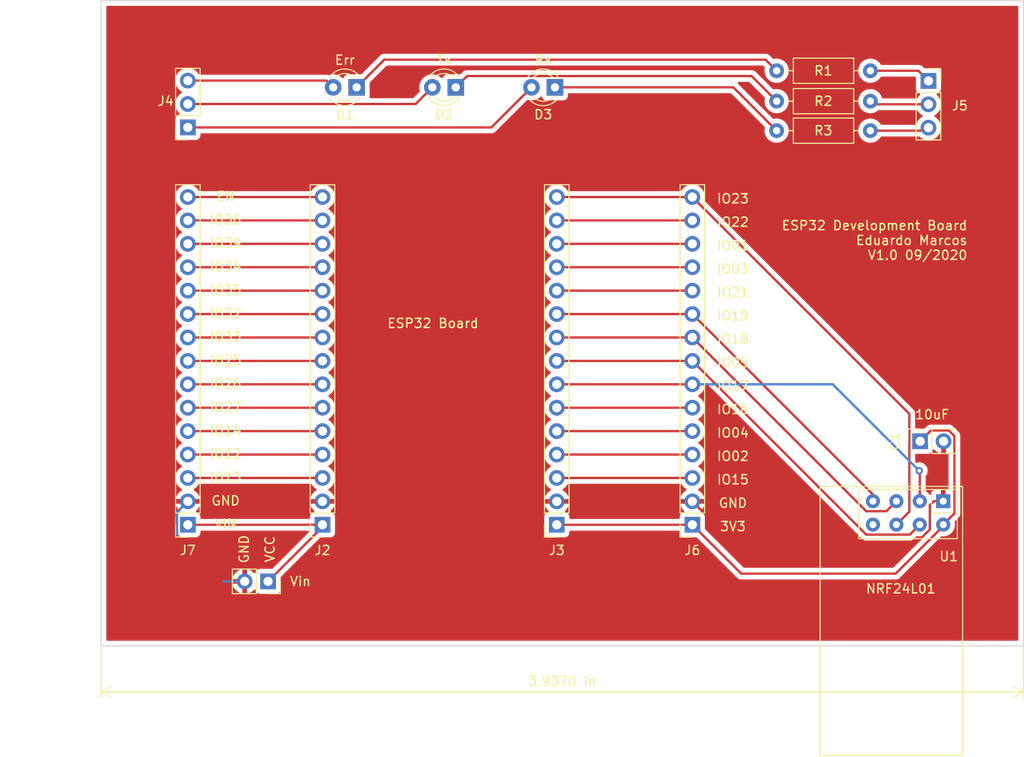
<source format=kicad_pcb>
(kicad_pcb (version 20171130) (host pcbnew 5.1.6-c6e7f7d~87~ubuntu20.04.1)

  (general
    (thickness 1.6)
    (drawings 40)
    (tracks 94)
    (zones 0)
    (modules 15)
    (nets 40)
  )

  (page A4)
  (layers
    (0 F.Cu signal)
    (31 B.Cu signal)
    (32 B.Adhes user)
    (33 F.Adhes user)
    (34 B.Paste user)
    (35 F.Paste user)
    (36 B.SilkS user)
    (37 F.SilkS user)
    (38 B.Mask user)
    (39 F.Mask user)
    (40 Dwgs.User user)
    (41 Cmts.User user)
    (42 Eco1.User user)
    (43 Eco2.User user)
    (44 Edge.Cuts user)
    (45 Margin user)
    (46 B.CrtYd user)
    (47 F.CrtYd user)
    (48 B.Fab user)
    (49 F.Fab user)
  )

  (setup
    (last_trace_width 0.25)
    (trace_clearance 0.2)
    (zone_clearance 0.508)
    (zone_45_only no)
    (trace_min 0.2)
    (via_size 0.8)
    (via_drill 0.4)
    (via_min_size 0.4)
    (via_min_drill 0.3)
    (uvia_size 0.3)
    (uvia_drill 0.1)
    (uvias_allowed no)
    (uvia_min_size 0.2)
    (uvia_min_drill 0.1)
    (edge_width 0.05)
    (segment_width 0.2)
    (pcb_text_width 0.3)
    (pcb_text_size 1.5 1.5)
    (mod_edge_width 0.12)
    (mod_text_size 1 1)
    (mod_text_width 0.15)
    (pad_size 1.524 1.524)
    (pad_drill 0.762)
    (pad_to_mask_clearance 0.05)
    (aux_axis_origin 0 0)
    (visible_elements FFFFFF7F)
    (pcbplotparams
      (layerselection 0x010fc_ffffffff)
      (usegerberextensions false)
      (usegerberattributes true)
      (usegerberadvancedattributes true)
      (creategerberjobfile true)
      (excludeedgelayer true)
      (linewidth 0.100000)
      (plotframeref false)
      (viasonmask false)
      (mode 1)
      (useauxorigin false)
      (hpglpennumber 1)
      (hpglpenspeed 20)
      (hpglpendiameter 15.000000)
      (psnegative false)
      (psa4output false)
      (plotreference true)
      (plotvalue true)
      (plotinvisibletext false)
      (padsonsilk false)
      (subtractmaskfromsilk false)
      (outputformat 1)
      (mirror false)
      (drillshape 0)
      (scaleselection 1)
      (outputdirectory "gerber/"))
  )

  (net 0 "")
  (net 1 "Net-(D1-Pad1)")
  (net 2 "Net-(D1-Pad2)")
  (net 3 "Net-(D2-Pad2)")
  (net 4 "Net-(D2-Pad1)")
  (net 5 "Net-(D3-Pad1)")
  (net 6 "Net-(D3-Pad2)")
  (net 7 +BATT)
  (net 8 GND)
  (net 9 /IO13)
  (net 10 /IO12)
  (net 11 /IO14)
  (net 12 /IO27)
  (net 13 /IO26)
  (net 14 /IO25)
  (net 15 /IO33)
  (net 16 /IO32)
  (net 17 /IO35)
  (net 18 /IO34)
  (net 19 /IO39)
  (net 20 /IO36)
  (net 21 /EN)
  (net 22 MOSI)
  (net 23 /IO22|I2C_SCL)
  (net 24 /IO01|UOTX)
  (net 25 /IO03|U0RX)
  (net 26 /IO21|I2C_SDA)
  (net 27 MISO)
  (net 28 SCK)
  (net 29 CSN)
  (net 30 CE)
  (net 31 /IO16)
  (net 32 /IO04)
  (net 33 /IO02)
  (net 34 /IO15)
  (net 35 3V3)
  (net 36 "Net-(J5-Pad3)")
  (net 37 "Net-(J5-Pad2)")
  (net 38 "Net-(J5-Pad1)")
  (net 39 "Net-(U1-Pad8)")

  (net_class Default "This is the default net class."
    (clearance 0.2)
    (trace_width 0.25)
    (via_dia 0.8)
    (via_drill 0.4)
    (uvia_dia 0.3)
    (uvia_drill 0.1)
    (add_net +BATT)
    (add_net /EN)
    (add_net /IO01|UOTX)
    (add_net /IO02)
    (add_net /IO03|U0RX)
    (add_net /IO04)
    (add_net /IO12)
    (add_net /IO13)
    (add_net /IO14)
    (add_net /IO15)
    (add_net /IO16)
    (add_net /IO21|I2C_SDA)
    (add_net /IO22|I2C_SCL)
    (add_net /IO25)
    (add_net /IO26)
    (add_net /IO27)
    (add_net /IO32)
    (add_net /IO33)
    (add_net /IO34)
    (add_net /IO35)
    (add_net /IO36)
    (add_net /IO39)
    (add_net 3V3)
    (add_net CE)
    (add_net CSN)
    (add_net GND)
    (add_net MISO)
    (add_net MOSI)
    (add_net "Net-(D1-Pad1)")
    (add_net "Net-(D1-Pad2)")
    (add_net "Net-(D2-Pad1)")
    (add_net "Net-(D2-Pad2)")
    (add_net "Net-(D3-Pad1)")
    (add_net "Net-(D3-Pad2)")
    (add_net "Net-(J5-Pad1)")
    (add_net "Net-(J5-Pad2)")
    (add_net "Net-(J5-Pad3)")
    (add_net "Net-(U1-Pad8)")
    (add_net SCK)
  )

  (module LED_THT:LED_D3.0mm (layer F.Cu) (tedit 587A3A7B) (tstamp 5F5437E5)
    (at 36.7 32.4 180)
    (descr "LED, diameter 3.0mm, 2 pins")
    (tags "LED diameter 3.0mm 2 pins")
    (path /5F557B77)
    (fp_text reference D1 (at 1.27 -2.96) (layer F.SilkS)
      (effects (font (size 1 1) (thickness 0.15)))
    )
    (fp_text value Err (at 1.27 2.96) (layer F.SilkS)
      (effects (font (size 1 1) (thickness 0.15)))
    )
    (fp_circle (center 1.27 0) (end 2.77 0) (layer F.Fab) (width 0.1))
    (fp_line (start -0.23 -1.16619) (end -0.23 1.16619) (layer F.Fab) (width 0.1))
    (fp_line (start -0.29 -1.236) (end -0.29 -1.08) (layer F.SilkS) (width 0.12))
    (fp_line (start -0.29 1.08) (end -0.29 1.236) (layer F.SilkS) (width 0.12))
    (fp_line (start -1.15 -2.25) (end -1.15 2.25) (layer F.CrtYd) (width 0.05))
    (fp_line (start -1.15 2.25) (end 3.7 2.25) (layer F.CrtYd) (width 0.05))
    (fp_line (start 3.7 2.25) (end 3.7 -2.25) (layer F.CrtYd) (width 0.05))
    (fp_line (start 3.7 -2.25) (end -1.15 -2.25) (layer F.CrtYd) (width 0.05))
    (fp_arc (start 1.27 0) (end -0.23 -1.16619) (angle 284.3) (layer F.Fab) (width 0.1))
    (fp_arc (start 1.27 0) (end -0.29 -1.235516) (angle 108.8) (layer F.SilkS) (width 0.12))
    (fp_arc (start 1.27 0) (end -0.29 1.235516) (angle -108.8) (layer F.SilkS) (width 0.12))
    (fp_arc (start 1.27 0) (end 0.229039 -1.08) (angle 87.9) (layer F.SilkS) (width 0.12))
    (fp_arc (start 1.27 0) (end 0.229039 1.08) (angle -87.9) (layer F.SilkS) (width 0.12))
    (pad 1 thru_hole rect (at 0 0 180) (size 1.8 1.8) (drill 0.9) (layers *.Cu *.Mask)
      (net 1 "Net-(D1-Pad1)"))
    (pad 2 thru_hole circle (at 2.54 0 180) (size 1.8 1.8) (drill 0.9) (layers *.Cu *.Mask)
      (net 2 "Net-(D1-Pad2)"))
    (model ${KISYS3DMOD}/LED_THT.3dshapes/LED_D3.0mm.wrl
      (at (xyz 0 0 0))
      (scale (xyz 1 1 1))
      (rotate (xyz 0 0 0))
    )
  )

  (module LED_THT:LED_D3.0mm (layer F.Cu) (tedit 587A3A7B) (tstamp 5F543779)
    (at 47.45 32.4 180)
    (descr "LED, diameter 3.0mm, 2 pins")
    (tags "LED diameter 3.0mm 2 pins")
    (path /5F5581A3)
    (fp_text reference D2 (at 1.27 -2.96) (layer F.SilkS)
      (effects (font (size 1 1) (thickness 0.15)))
    )
    (fp_text value Tx (at 1.27 2.96) (layer F.SilkS)
      (effects (font (size 1 1) (thickness 0.15)))
    )
    (fp_line (start 3.7 -2.25) (end -1.15 -2.25) (layer F.CrtYd) (width 0.05))
    (fp_line (start 3.7 2.25) (end 3.7 -2.25) (layer F.CrtYd) (width 0.05))
    (fp_line (start -1.15 2.25) (end 3.7 2.25) (layer F.CrtYd) (width 0.05))
    (fp_line (start -1.15 -2.25) (end -1.15 2.25) (layer F.CrtYd) (width 0.05))
    (fp_line (start -0.29 1.08) (end -0.29 1.236) (layer F.SilkS) (width 0.12))
    (fp_line (start -0.29 -1.236) (end -0.29 -1.08) (layer F.SilkS) (width 0.12))
    (fp_line (start -0.23 -1.16619) (end -0.23 1.16619) (layer F.Fab) (width 0.1))
    (fp_circle (center 1.27 0) (end 2.77 0) (layer F.Fab) (width 0.1))
    (fp_arc (start 1.27 0) (end 0.229039 1.08) (angle -87.9) (layer F.SilkS) (width 0.12))
    (fp_arc (start 1.27 0) (end 0.229039 -1.08) (angle 87.9) (layer F.SilkS) (width 0.12))
    (fp_arc (start 1.27 0) (end -0.29 1.235516) (angle -108.8) (layer F.SilkS) (width 0.12))
    (fp_arc (start 1.27 0) (end -0.29 -1.235516) (angle 108.8) (layer F.SilkS) (width 0.12))
    (fp_arc (start 1.27 0) (end -0.23 -1.16619) (angle 284.3) (layer F.Fab) (width 0.1))
    (pad 2 thru_hole circle (at 2.54 0 180) (size 1.8 1.8) (drill 0.9) (layers *.Cu *.Mask)
      (net 3 "Net-(D2-Pad2)"))
    (pad 1 thru_hole rect (at 0 0 180) (size 1.8 1.8) (drill 0.9) (layers *.Cu *.Mask)
      (net 4 "Net-(D2-Pad1)"))
    (model ${KISYS3DMOD}/LED_THT.3dshapes/LED_D3.0mm.wrl
      (at (xyz 0 0 0))
      (scale (xyz 1 1 1))
      (rotate (xyz 0 0 0))
    )
  )

  (module LED_THT:LED_D3.0mm (layer F.Cu) (tedit 587A3A7B) (tstamp 5F5437AF)
    (at 58.2 32.4 180)
    (descr "LED, diameter 3.0mm, 2 pins")
    (tags "LED diameter 3.0mm 2 pins")
    (path /5F558558)
    (fp_text reference D3 (at 1.27 -2.96) (layer F.SilkS)
      (effects (font (size 1 1) (thickness 0.15)))
    )
    (fp_text value Rx (at 1.27 2.96) (layer F.SilkS)
      (effects (font (size 1 1) (thickness 0.15)))
    )
    (fp_circle (center 1.27 0) (end 2.77 0) (layer F.Fab) (width 0.1))
    (fp_line (start -0.23 -1.16619) (end -0.23 1.16619) (layer F.Fab) (width 0.1))
    (fp_line (start -0.29 -1.236) (end -0.29 -1.08) (layer F.SilkS) (width 0.12))
    (fp_line (start -0.29 1.08) (end -0.29 1.236) (layer F.SilkS) (width 0.12))
    (fp_line (start -1.15 -2.25) (end -1.15 2.25) (layer F.CrtYd) (width 0.05))
    (fp_line (start -1.15 2.25) (end 3.7 2.25) (layer F.CrtYd) (width 0.05))
    (fp_line (start 3.7 2.25) (end 3.7 -2.25) (layer F.CrtYd) (width 0.05))
    (fp_line (start 3.7 -2.25) (end -1.15 -2.25) (layer F.CrtYd) (width 0.05))
    (fp_arc (start 1.27 0) (end -0.23 -1.16619) (angle 284.3) (layer F.Fab) (width 0.1))
    (fp_arc (start 1.27 0) (end -0.29 -1.235516) (angle 108.8) (layer F.SilkS) (width 0.12))
    (fp_arc (start 1.27 0) (end -0.29 1.235516) (angle -108.8) (layer F.SilkS) (width 0.12))
    (fp_arc (start 1.27 0) (end 0.229039 -1.08) (angle 87.9) (layer F.SilkS) (width 0.12))
    (fp_arc (start 1.27 0) (end 0.229039 1.08) (angle -87.9) (layer F.SilkS) (width 0.12))
    (pad 1 thru_hole rect (at 0 0 180) (size 1.8 1.8) (drill 0.9) (layers *.Cu *.Mask)
      (net 5 "Net-(D3-Pad1)"))
    (pad 2 thru_hole circle (at 2.54 0 180) (size 1.8 1.8) (drill 0.9) (layers *.Cu *.Mask)
      (net 6 "Net-(D3-Pad2)"))
    (model ${KISYS3DMOD}/LED_THT.3dshapes/LED_D3.0mm.wrl
      (at (xyz 0 0 0))
      (scale (xyz 1 1 1))
      (rotate (xyz 0 0 0))
    )
  )

  (module Connector_PinSocket_2.54mm:PinSocket_1x02_P2.54mm_Vertical (layer F.Cu) (tedit 5A19A420) (tstamp 5F545721)
    (at 27.1 86 270)
    (descr "Through hole straight socket strip, 1x02, 2.54mm pitch, single row (from Kicad 4.0.7), script generated")
    (tags "Through hole socket strip THT 1x02 2.54mm single row")
    (path /5F53C443)
    (fp_text reference J1 (at 0 -2.77 180) (layer F.SilkS) hide
      (effects (font (size 1 1) (thickness 0.15)))
    )
    (fp_text value Vin (at 0 -3.5 180) (layer F.SilkS)
      (effects (font (size 1 1) (thickness 0.15)))
    )
    (fp_line (start -1.27 -1.27) (end 0.635 -1.27) (layer F.Fab) (width 0.1))
    (fp_line (start 0.635 -1.27) (end 1.27 -0.635) (layer F.Fab) (width 0.1))
    (fp_line (start 1.27 -0.635) (end 1.27 3.81) (layer F.Fab) (width 0.1))
    (fp_line (start 1.27 3.81) (end -1.27 3.81) (layer F.Fab) (width 0.1))
    (fp_line (start -1.27 3.81) (end -1.27 -1.27) (layer F.Fab) (width 0.1))
    (fp_line (start -1.33 1.27) (end 1.33 1.27) (layer F.SilkS) (width 0.12))
    (fp_line (start -1.33 1.27) (end -1.33 3.87) (layer F.SilkS) (width 0.12))
    (fp_line (start -1.33 3.87) (end 1.33 3.87) (layer F.SilkS) (width 0.12))
    (fp_line (start 1.33 1.27) (end 1.33 3.87) (layer F.SilkS) (width 0.12))
    (fp_line (start 1.33 -1.33) (end 1.33 0) (layer F.SilkS) (width 0.12))
    (fp_line (start 0 -1.33) (end 1.33 -1.33) (layer F.SilkS) (width 0.12))
    (fp_line (start -1.8 -1.8) (end 1.75 -1.8) (layer F.CrtYd) (width 0.05))
    (fp_line (start 1.75 -1.8) (end 1.75 4.3) (layer F.CrtYd) (width 0.05))
    (fp_line (start 1.75 4.3) (end -1.8 4.3) (layer F.CrtYd) (width 0.05))
    (fp_line (start -1.8 4.3) (end -1.8 -1.8) (layer F.CrtYd) (width 0.05))
    (fp_text user %R (at 0 1.27) (layer F.Fab)
      (effects (font (size 1 1) (thickness 0.15)))
    )
    (pad 1 thru_hole rect (at 0 0 270) (size 1.7 1.7) (drill 1) (layers *.Cu *.Mask)
      (net 7 +BATT))
    (pad 2 thru_hole oval (at 0 2.54 270) (size 1.7 1.7) (drill 1) (layers *.Cu *.Mask)
      (net 8 GND))
    (model ${KISYS3DMOD}/Connector_PinSocket_2.54mm.3dshapes/PinSocket_1x02_P2.54mm_Vertical.wrl
      (at (xyz 0 0 0))
      (scale (xyz 1 1 1))
      (rotate (xyz 0 0 0))
    )
  )

  (module Connector_PinSocket_2.54mm:PinSocket_1x15_P2.54mm_Vertical (layer F.Cu) (tedit 5A19A41D) (tstamp 5F542839)
    (at 33 79.86 180)
    (descr "Through hole straight socket strip, 1x15, 2.54mm pitch, single row (from Kicad 4.0.7), script generated")
    (tags "Through hole socket strip THT 1x15 2.54mm single row")
    (path /5F50521F)
    (fp_text reference J2 (at 0 -2.77) (layer F.SilkS)
      (effects (font (size 1 1) (thickness 0.15)))
    )
    (fp_text value ESP_P1 (at 0 38.33) (layer F.Fab)
      (effects (font (size 1 1) (thickness 0.15)))
    )
    (fp_line (start -1.27 -1.27) (end 0.635 -1.27) (layer F.Fab) (width 0.1))
    (fp_line (start 0.635 -1.27) (end 1.27 -0.635) (layer F.Fab) (width 0.1))
    (fp_line (start 1.27 -0.635) (end 1.27 36.83) (layer F.Fab) (width 0.1))
    (fp_line (start 1.27 36.83) (end -1.27 36.83) (layer F.Fab) (width 0.1))
    (fp_line (start -1.27 36.83) (end -1.27 -1.27) (layer F.Fab) (width 0.1))
    (fp_line (start -1.33 1.27) (end 1.33 1.27) (layer F.SilkS) (width 0.12))
    (fp_line (start -1.33 1.27) (end -1.33 36.89) (layer F.SilkS) (width 0.12))
    (fp_line (start -1.33 36.89) (end 1.33 36.89) (layer F.SilkS) (width 0.12))
    (fp_line (start 1.33 1.27) (end 1.33 36.89) (layer F.SilkS) (width 0.12))
    (fp_line (start 1.33 -1.33) (end 1.33 0) (layer F.SilkS) (width 0.12))
    (fp_line (start 0 -1.33) (end 1.33 -1.33) (layer F.SilkS) (width 0.12))
    (fp_line (start -1.8 -1.8) (end 1.75 -1.8) (layer F.CrtYd) (width 0.05))
    (fp_line (start 1.75 -1.8) (end 1.75 37.3) (layer F.CrtYd) (width 0.05))
    (fp_line (start 1.75 37.3) (end -1.8 37.3) (layer F.CrtYd) (width 0.05))
    (fp_line (start -1.8 37.3) (end -1.8 -1.8) (layer F.CrtYd) (width 0.05))
    (fp_text user %R (at 0 17.78 90) (layer F.Fab)
      (effects (font (size 1 1) (thickness 0.15)))
    )
    (pad 1 thru_hole rect (at 0 0 180) (size 1.7 1.7) (drill 1) (layers *.Cu *.Mask)
      (net 7 +BATT))
    (pad 2 thru_hole oval (at 0 2.54 180) (size 1.7 1.7) (drill 1) (layers *.Cu *.Mask)
      (net 8 GND))
    (pad 3 thru_hole oval (at 0 5.08 180) (size 1.7 1.7) (drill 1) (layers *.Cu *.Mask)
      (net 9 /IO13))
    (pad 4 thru_hole oval (at 0 7.62 180) (size 1.7 1.7) (drill 1) (layers *.Cu *.Mask)
      (net 10 /IO12))
    (pad 5 thru_hole oval (at 0 10.16 180) (size 1.7 1.7) (drill 1) (layers *.Cu *.Mask)
      (net 11 /IO14))
    (pad 6 thru_hole oval (at 0 12.7 180) (size 1.7 1.7) (drill 1) (layers *.Cu *.Mask)
      (net 12 /IO27))
    (pad 7 thru_hole oval (at 0 15.24 180) (size 1.7 1.7) (drill 1) (layers *.Cu *.Mask)
      (net 13 /IO26))
    (pad 8 thru_hole oval (at 0 17.78 180) (size 1.7 1.7) (drill 1) (layers *.Cu *.Mask)
      (net 14 /IO25))
    (pad 9 thru_hole oval (at 0 20.32 180) (size 1.7 1.7) (drill 1) (layers *.Cu *.Mask)
      (net 15 /IO33))
    (pad 10 thru_hole oval (at 0 22.86 180) (size 1.7 1.7) (drill 1) (layers *.Cu *.Mask)
      (net 16 /IO32))
    (pad 11 thru_hole oval (at 0 25.4 180) (size 1.7 1.7) (drill 1) (layers *.Cu *.Mask)
      (net 17 /IO35))
    (pad 12 thru_hole oval (at 0 27.94 180) (size 1.7 1.7) (drill 1) (layers *.Cu *.Mask)
      (net 18 /IO34))
    (pad 13 thru_hole oval (at 0 30.48 180) (size 1.7 1.7) (drill 1) (layers *.Cu *.Mask)
      (net 19 /IO39))
    (pad 14 thru_hole oval (at 0 33.02 180) (size 1.7 1.7) (drill 1) (layers *.Cu *.Mask)
      (net 20 /IO36))
    (pad 15 thru_hole oval (at 0 35.56 180) (size 1.7 1.7) (drill 1) (layers *.Cu *.Mask)
      (net 21 /EN))
    (model ${KISYS3DMOD}/Connector_PinSocket_2.54mm.3dshapes/PinSocket_1x15_P2.54mm_Vertical.wrl
      (at (xyz 0 0 0))
      (scale (xyz 1 1 1))
      (rotate (xyz 0 0 0))
    )
  )

  (module Connector_PinSocket_2.54mm:PinSocket_1x15_P2.54mm_Vertical (layer F.Cu) (tedit 5A19A41D) (tstamp 5F542457)
    (at 58.4 79.86 180)
    (descr "Through hole straight socket strip, 1x15, 2.54mm pitch, single row (from Kicad 4.0.7), script generated")
    (tags "Through hole socket strip THT 1x15 2.54mm single row")
    (path /5F505FBB)
    (fp_text reference J3 (at 0 -2.77) (layer F.SilkS)
      (effects (font (size 1 1) (thickness 0.15)))
    )
    (fp_text value ESP_P2 (at 0 38.33) (layer F.Fab)
      (effects (font (size 1 1) (thickness 0.15)))
    )
    (fp_line (start -1.8 37.3) (end -1.8 -1.8) (layer F.CrtYd) (width 0.05))
    (fp_line (start 1.75 37.3) (end -1.8 37.3) (layer F.CrtYd) (width 0.05))
    (fp_line (start 1.75 -1.8) (end 1.75 37.3) (layer F.CrtYd) (width 0.05))
    (fp_line (start -1.8 -1.8) (end 1.75 -1.8) (layer F.CrtYd) (width 0.05))
    (fp_line (start 0 -1.33) (end 1.33 -1.33) (layer F.SilkS) (width 0.12))
    (fp_line (start 1.33 -1.33) (end 1.33 0) (layer F.SilkS) (width 0.12))
    (fp_line (start 1.33 1.27) (end 1.33 36.89) (layer F.SilkS) (width 0.12))
    (fp_line (start -1.33 36.89) (end 1.33 36.89) (layer F.SilkS) (width 0.12))
    (fp_line (start -1.33 1.27) (end -1.33 36.89) (layer F.SilkS) (width 0.12))
    (fp_line (start -1.33 1.27) (end 1.33 1.27) (layer F.SilkS) (width 0.12))
    (fp_line (start -1.27 36.83) (end -1.27 -1.27) (layer F.Fab) (width 0.1))
    (fp_line (start 1.27 36.83) (end -1.27 36.83) (layer F.Fab) (width 0.1))
    (fp_line (start 1.27 -0.635) (end 1.27 36.83) (layer F.Fab) (width 0.1))
    (fp_line (start 0.635 -1.27) (end 1.27 -0.635) (layer F.Fab) (width 0.1))
    (fp_line (start -1.27 -1.27) (end 0.635 -1.27) (layer F.Fab) (width 0.1))
    (fp_text user %R (at 0 17.78 90) (layer F.Fab)
      (effects (font (size 1 1) (thickness 0.15)))
    )
    (pad 15 thru_hole oval (at 0 35.56 180) (size 1.7 1.7) (drill 1) (layers *.Cu *.Mask)
      (net 22 MOSI))
    (pad 14 thru_hole oval (at 0 33.02 180) (size 1.7 1.7) (drill 1) (layers *.Cu *.Mask)
      (net 23 /IO22|I2C_SCL))
    (pad 13 thru_hole oval (at 0 30.48 180) (size 1.7 1.7) (drill 1) (layers *.Cu *.Mask)
      (net 24 /IO01|UOTX))
    (pad 12 thru_hole oval (at 0 27.94 180) (size 1.7 1.7) (drill 1) (layers *.Cu *.Mask)
      (net 25 /IO03|U0RX))
    (pad 11 thru_hole oval (at 0 25.4 180) (size 1.7 1.7) (drill 1) (layers *.Cu *.Mask)
      (net 26 /IO21|I2C_SDA))
    (pad 10 thru_hole oval (at 0 22.86 180) (size 1.7 1.7) (drill 1) (layers *.Cu *.Mask)
      (net 27 MISO))
    (pad 9 thru_hole oval (at 0 20.32 180) (size 1.7 1.7) (drill 1) (layers *.Cu *.Mask)
      (net 28 SCK))
    (pad 8 thru_hole oval (at 0 17.78 180) (size 1.7 1.7) (drill 1) (layers *.Cu *.Mask)
      (net 29 CSN))
    (pad 7 thru_hole oval (at 0 15.24 180) (size 1.7 1.7) (drill 1) (layers *.Cu *.Mask)
      (net 30 CE))
    (pad 6 thru_hole oval (at 0 12.7 180) (size 1.7 1.7) (drill 1) (layers *.Cu *.Mask)
      (net 31 /IO16))
    (pad 5 thru_hole oval (at 0 10.16 180) (size 1.7 1.7) (drill 1) (layers *.Cu *.Mask)
      (net 32 /IO04))
    (pad 4 thru_hole oval (at 0 7.62 180) (size 1.7 1.7) (drill 1) (layers *.Cu *.Mask)
      (net 33 /IO02))
    (pad 3 thru_hole oval (at 0 5.08 180) (size 1.7 1.7) (drill 1) (layers *.Cu *.Mask)
      (net 34 /IO15))
    (pad 2 thru_hole oval (at 0 2.54 180) (size 1.7 1.7) (drill 1) (layers *.Cu *.Mask)
      (net 8 GND))
    (pad 1 thru_hole rect (at 0 0 180) (size 1.7 1.7) (drill 1) (layers *.Cu *.Mask)
      (net 35 3V3))
    (model ${KISYS3DMOD}/Connector_PinSocket_2.54mm.3dshapes/PinSocket_1x15_P2.54mm_Vertical.wrl
      (at (xyz 0 0 0))
      (scale (xyz 1 1 1))
      (rotate (xyz 0 0 0))
    )
  )

  (module Connector_PinSocket_2.54mm:PinSocket_1x03_P2.54mm_Vertical (layer F.Cu) (tedit 5A19A429) (tstamp 5F53E9D7)
    (at 18.4 36.75 180)
    (descr "Through hole straight socket strip, 1x03, 2.54mm pitch, single row (from Kicad 4.0.7), script generated")
    (tags "Through hole socket strip THT 1x03 2.54mm single row")
    (path /5F559A25)
    (fp_text reference J4 (at 2.4 2.85) (layer F.SilkS)
      (effects (font (size 1 1) (thickness 0.15)))
    )
    (fp_text value LedIn (at 0 7.85) (layer F.Fab)
      (effects (font (size 1 1) (thickness 0.15)))
    )
    (fp_line (start -1.27 -1.27) (end 0.635 -1.27) (layer F.Fab) (width 0.1))
    (fp_line (start 0.635 -1.27) (end 1.27 -0.635) (layer F.Fab) (width 0.1))
    (fp_line (start 1.27 -0.635) (end 1.27 6.35) (layer F.Fab) (width 0.1))
    (fp_line (start 1.27 6.35) (end -1.27 6.35) (layer F.Fab) (width 0.1))
    (fp_line (start -1.27 6.35) (end -1.27 -1.27) (layer F.Fab) (width 0.1))
    (fp_line (start -1.33 1.27) (end 1.33 1.27) (layer F.SilkS) (width 0.12))
    (fp_line (start -1.33 1.27) (end -1.33 6.41) (layer F.SilkS) (width 0.12))
    (fp_line (start -1.33 6.41) (end 1.33 6.41) (layer F.SilkS) (width 0.12))
    (fp_line (start 1.33 1.27) (end 1.33 6.41) (layer F.SilkS) (width 0.12))
    (fp_line (start 1.33 -1.33) (end 1.33 0) (layer F.SilkS) (width 0.12))
    (fp_line (start 0 -1.33) (end 1.33 -1.33) (layer F.SilkS) (width 0.12))
    (fp_line (start -1.8 -1.8) (end 1.75 -1.8) (layer F.CrtYd) (width 0.05))
    (fp_line (start 1.75 -1.8) (end 1.75 6.85) (layer F.CrtYd) (width 0.05))
    (fp_line (start 1.75 6.85) (end -1.8 6.85) (layer F.CrtYd) (width 0.05))
    (fp_line (start -1.8 6.85) (end -1.8 -1.8) (layer F.CrtYd) (width 0.05))
    (fp_text user %R (at 0 2.54 90) (layer F.Fab)
      (effects (font (size 1 1) (thickness 0.15)))
    )
    (pad 1 thru_hole rect (at 0 0 180) (size 1.7 1.7) (drill 1) (layers *.Cu *.Mask)
      (net 6 "Net-(D3-Pad2)"))
    (pad 2 thru_hole oval (at 0 2.54 180) (size 1.7 1.7) (drill 1) (layers *.Cu *.Mask)
      (net 3 "Net-(D2-Pad2)"))
    (pad 3 thru_hole oval (at 0 5.08 180) (size 1.7 1.7) (drill 1) (layers *.Cu *.Mask)
      (net 2 "Net-(D1-Pad2)"))
    (model ${KISYS3DMOD}/Connector_PinSocket_2.54mm.3dshapes/PinSocket_1x03_P2.54mm_Vertical.wrl
      (at (xyz 0 0 0))
      (scale (xyz 1 1 1))
      (rotate (xyz 0 0 0))
    )
  )

  (module Connector_PinSocket_2.54mm:PinSocket_1x03_P2.54mm_Vertical (layer F.Cu) (tedit 5A19A429) (tstamp 5F545764)
    (at 98.7 31.7)
    (descr "Through hole straight socket strip, 1x03, 2.54mm pitch, single row (from Kicad 4.0.7), script generated")
    (tags "Through hole socket strip THT 1x03 2.54mm single row")
    (path /5F55A291)
    (fp_text reference J5 (at 3.4 2.7) (layer F.SilkS)
      (effects (font (size 1 1) (thickness 0.15)))
    )
    (fp_text value LedOut (at 0 7.85) (layer F.Fab)
      (effects (font (size 1 1) (thickness 0.15)))
    )
    (fp_line (start -1.8 6.85) (end -1.8 -1.8) (layer F.CrtYd) (width 0.05))
    (fp_line (start 1.75 6.85) (end -1.8 6.85) (layer F.CrtYd) (width 0.05))
    (fp_line (start 1.75 -1.8) (end 1.75 6.85) (layer F.CrtYd) (width 0.05))
    (fp_line (start -1.8 -1.8) (end 1.75 -1.8) (layer F.CrtYd) (width 0.05))
    (fp_line (start 0 -1.33) (end 1.33 -1.33) (layer F.SilkS) (width 0.12))
    (fp_line (start 1.33 -1.33) (end 1.33 0) (layer F.SilkS) (width 0.12))
    (fp_line (start 1.33 1.27) (end 1.33 6.41) (layer F.SilkS) (width 0.12))
    (fp_line (start -1.33 6.41) (end 1.33 6.41) (layer F.SilkS) (width 0.12))
    (fp_line (start -1.33 1.27) (end -1.33 6.41) (layer F.SilkS) (width 0.12))
    (fp_line (start -1.33 1.27) (end 1.33 1.27) (layer F.SilkS) (width 0.12))
    (fp_line (start -1.27 6.35) (end -1.27 -1.27) (layer F.Fab) (width 0.1))
    (fp_line (start 1.27 6.35) (end -1.27 6.35) (layer F.Fab) (width 0.1))
    (fp_line (start 1.27 -0.635) (end 1.27 6.35) (layer F.Fab) (width 0.1))
    (fp_line (start 0.635 -1.27) (end 1.27 -0.635) (layer F.Fab) (width 0.1))
    (fp_line (start -1.27 -1.27) (end 0.635 -1.27) (layer F.Fab) (width 0.1))
    (fp_text user %R (at 0 2.54 90) (layer F.Fab)
      (effects (font (size 1 1) (thickness 0.15)))
    )
    (pad 3 thru_hole oval (at 0 5.08) (size 1.7 1.7) (drill 1) (layers *.Cu *.Mask)
      (net 36 "Net-(J5-Pad3)"))
    (pad 2 thru_hole oval (at 0 2.54) (size 1.7 1.7) (drill 1) (layers *.Cu *.Mask)
      (net 37 "Net-(J5-Pad2)"))
    (pad 1 thru_hole rect (at 0 0) (size 1.7 1.7) (drill 1) (layers *.Cu *.Mask)
      (net 38 "Net-(J5-Pad1)"))
    (model ${KISYS3DMOD}/Connector_PinSocket_2.54mm.3dshapes/PinSocket_1x03_P2.54mm_Vertical.wrl
      (at (xyz 0 0 0))
      (scale (xyz 1 1 1))
      (rotate (xyz 0 0 0))
    )
  )

  (module Connector_PinSocket_2.54mm:PinSocket_1x15_P2.54mm_Vertical (layer F.Cu) (tedit 5A19A41D) (tstamp 5F541B07)
    (at 73.1 79.86 180)
    (descr "Through hole straight socket strip, 1x15, 2.54mm pitch, single row (from Kicad 4.0.7), script generated")
    (tags "Through hole socket strip THT 1x15 2.54mm single row")
    (path /5F5614F2)
    (fp_text reference J6 (at 0 -2.77) (layer F.SilkS)
      (effects (font (size 1 1) (thickness 0.15)))
    )
    (fp_text value P2_Connectors (at 0 38.33) (layer F.Fab)
      (effects (font (size 1 1) (thickness 0.15)))
    )
    (fp_line (start -1.27 -1.27) (end 0.635 -1.27) (layer F.Fab) (width 0.1))
    (fp_line (start 0.635 -1.27) (end 1.27 -0.635) (layer F.Fab) (width 0.1))
    (fp_line (start 1.27 -0.635) (end 1.27 36.83) (layer F.Fab) (width 0.1))
    (fp_line (start 1.27 36.83) (end -1.27 36.83) (layer F.Fab) (width 0.1))
    (fp_line (start -1.27 36.83) (end -1.27 -1.27) (layer F.Fab) (width 0.1))
    (fp_line (start -1.33 1.27) (end 1.33 1.27) (layer F.SilkS) (width 0.12))
    (fp_line (start -1.33 1.27) (end -1.33 36.89) (layer F.SilkS) (width 0.12))
    (fp_line (start -1.33 36.89) (end 1.33 36.89) (layer F.SilkS) (width 0.12))
    (fp_line (start 1.33 1.27) (end 1.33 36.89) (layer F.SilkS) (width 0.12))
    (fp_line (start 1.33 -1.33) (end 1.33 0) (layer F.SilkS) (width 0.12))
    (fp_line (start 0 -1.33) (end 1.33 -1.33) (layer F.SilkS) (width 0.12))
    (fp_line (start -1.8 -1.8) (end 1.75 -1.8) (layer F.CrtYd) (width 0.05))
    (fp_line (start 1.75 -1.8) (end 1.75 37.3) (layer F.CrtYd) (width 0.05))
    (fp_line (start 1.75 37.3) (end -1.8 37.3) (layer F.CrtYd) (width 0.05))
    (fp_line (start -1.8 37.3) (end -1.8 -1.8) (layer F.CrtYd) (width 0.05))
    (fp_text user %R (at 0 17.78 90) (layer F.Fab)
      (effects (font (size 1 1) (thickness 0.15)))
    )
    (pad 1 thru_hole rect (at 0 0 180) (size 1.7 1.7) (drill 1) (layers *.Cu *.Mask)
      (net 35 3V3))
    (pad 2 thru_hole oval (at 0 2.54 180) (size 1.7 1.7) (drill 1) (layers *.Cu *.Mask)
      (net 8 GND))
    (pad 3 thru_hole oval (at 0 5.08 180) (size 1.7 1.7) (drill 1) (layers *.Cu *.Mask)
      (net 34 /IO15))
    (pad 4 thru_hole oval (at 0 7.62 180) (size 1.7 1.7) (drill 1) (layers *.Cu *.Mask)
      (net 33 /IO02))
    (pad 5 thru_hole oval (at 0 10.16 180) (size 1.7 1.7) (drill 1) (layers *.Cu *.Mask)
      (net 32 /IO04))
    (pad 6 thru_hole oval (at 0 12.7 180) (size 1.7 1.7) (drill 1) (layers *.Cu *.Mask)
      (net 31 /IO16))
    (pad 7 thru_hole oval (at 0 15.24 180) (size 1.7 1.7) (drill 1) (layers *.Cu *.Mask)
      (net 30 CE))
    (pad 8 thru_hole oval (at 0 17.78 180) (size 1.7 1.7) (drill 1) (layers *.Cu *.Mask)
      (net 29 CSN))
    (pad 9 thru_hole oval (at 0 20.32 180) (size 1.7 1.7) (drill 1) (layers *.Cu *.Mask)
      (net 28 SCK))
    (pad 10 thru_hole oval (at 0 22.86 180) (size 1.7 1.7) (drill 1) (layers *.Cu *.Mask)
      (net 27 MISO))
    (pad 11 thru_hole oval (at 0 25.4 180) (size 1.7 1.7) (drill 1) (layers *.Cu *.Mask)
      (net 26 /IO21|I2C_SDA))
    (pad 12 thru_hole oval (at 0 27.94 180) (size 1.7 1.7) (drill 1) (layers *.Cu *.Mask)
      (net 25 /IO03|U0RX))
    (pad 13 thru_hole oval (at 0 30.48 180) (size 1.7 1.7) (drill 1) (layers *.Cu *.Mask)
      (net 24 /IO01|UOTX))
    (pad 14 thru_hole oval (at 0 33.02 180) (size 1.7 1.7) (drill 1) (layers *.Cu *.Mask)
      (net 23 /IO22|I2C_SCL))
    (pad 15 thru_hole oval (at 0 35.56 180) (size 1.7 1.7) (drill 1) (layers *.Cu *.Mask)
      (net 22 MOSI))
    (model ${KISYS3DMOD}/Connector_PinSocket_2.54mm.3dshapes/PinSocket_1x15_P2.54mm_Vertical.wrl
      (at (xyz 0 0 0))
      (scale (xyz 1 1 1))
      (rotate (xyz 0 0 0))
    )
  )

  (module Connector_PinSocket_2.54mm:PinSocket_1x15_P2.54mm_Vertical (layer F.Cu) (tedit 5A19A41D) (tstamp 5F541B6D)
    (at 18.4 79.86 180)
    (descr "Through hole straight socket strip, 1x15, 2.54mm pitch, single row (from Kicad 4.0.7), script generated")
    (tags "Through hole socket strip THT 1x15 2.54mm single row")
    (path /5F565102)
    (fp_text reference J7 (at 0 -2.77) (layer F.SilkS)
      (effects (font (size 1 1) (thickness 0.15)))
    )
    (fp_text value P1_Connectors (at 0 38.33) (layer F.Fab)
      (effects (font (size 1 1) (thickness 0.15)))
    )
    (fp_line (start -1.8 37.3) (end -1.8 -1.8) (layer F.CrtYd) (width 0.05))
    (fp_line (start 1.75 37.3) (end -1.8 37.3) (layer F.CrtYd) (width 0.05))
    (fp_line (start 1.75 -1.8) (end 1.75 37.3) (layer F.CrtYd) (width 0.05))
    (fp_line (start -1.8 -1.8) (end 1.75 -1.8) (layer F.CrtYd) (width 0.05))
    (fp_line (start 0 -1.33) (end 1.33 -1.33) (layer F.SilkS) (width 0.12))
    (fp_line (start 1.33 -1.33) (end 1.33 0) (layer F.SilkS) (width 0.12))
    (fp_line (start 1.33 1.27) (end 1.33 36.89) (layer F.SilkS) (width 0.12))
    (fp_line (start -1.33 36.89) (end 1.33 36.89) (layer F.SilkS) (width 0.12))
    (fp_line (start -1.33 1.27) (end -1.33 36.89) (layer F.SilkS) (width 0.12))
    (fp_line (start -1.33 1.27) (end 1.33 1.27) (layer F.SilkS) (width 0.12))
    (fp_line (start -1.27 36.83) (end -1.27 -1.27) (layer F.Fab) (width 0.1))
    (fp_line (start 1.27 36.83) (end -1.27 36.83) (layer F.Fab) (width 0.1))
    (fp_line (start 1.27 -0.635) (end 1.27 36.83) (layer F.Fab) (width 0.1))
    (fp_line (start 0.635 -1.27) (end 1.27 -0.635) (layer F.Fab) (width 0.1))
    (fp_line (start -1.27 -1.27) (end 0.635 -1.27) (layer F.Fab) (width 0.1))
    (fp_text user %R (at 0 17.78 90) (layer F.Fab)
      (effects (font (size 1 1) (thickness 0.15)))
    )
    (pad 15 thru_hole oval (at 0 35.56 180) (size 1.7 1.7) (drill 1) (layers *.Cu *.Mask)
      (net 21 /EN))
    (pad 14 thru_hole oval (at 0 33.02 180) (size 1.7 1.7) (drill 1) (layers *.Cu *.Mask)
      (net 20 /IO36))
    (pad 13 thru_hole oval (at 0 30.48 180) (size 1.7 1.7) (drill 1) (layers *.Cu *.Mask)
      (net 19 /IO39))
    (pad 12 thru_hole oval (at 0 27.94 180) (size 1.7 1.7) (drill 1) (layers *.Cu *.Mask)
      (net 18 /IO34))
    (pad 11 thru_hole oval (at 0 25.4 180) (size 1.7 1.7) (drill 1) (layers *.Cu *.Mask)
      (net 17 /IO35))
    (pad 10 thru_hole oval (at 0 22.86 180) (size 1.7 1.7) (drill 1) (layers *.Cu *.Mask)
      (net 16 /IO32))
    (pad 9 thru_hole oval (at 0 20.32 180) (size 1.7 1.7) (drill 1) (layers *.Cu *.Mask)
      (net 15 /IO33))
    (pad 8 thru_hole oval (at 0 17.78 180) (size 1.7 1.7) (drill 1) (layers *.Cu *.Mask)
      (net 14 /IO25))
    (pad 7 thru_hole oval (at 0 15.24 180) (size 1.7 1.7) (drill 1) (layers *.Cu *.Mask)
      (net 13 /IO26))
    (pad 6 thru_hole oval (at 0 12.7 180) (size 1.7 1.7) (drill 1) (layers *.Cu *.Mask)
      (net 12 /IO27))
    (pad 5 thru_hole oval (at 0 10.16 180) (size 1.7 1.7) (drill 1) (layers *.Cu *.Mask)
      (net 11 /IO14))
    (pad 4 thru_hole oval (at 0 7.62 180) (size 1.7 1.7) (drill 1) (layers *.Cu *.Mask)
      (net 10 /IO12))
    (pad 3 thru_hole oval (at 0 5.08 180) (size 1.7 1.7) (drill 1) (layers *.Cu *.Mask)
      (net 9 /IO13))
    (pad 2 thru_hole oval (at 0 2.54 180) (size 1.7 1.7) (drill 1) (layers *.Cu *.Mask)
      (net 8 GND))
    (pad 1 thru_hole rect (at 0 0 180) (size 1.7 1.7) (drill 1) (layers *.Cu *.Mask)
      (net 7 +BATT))
    (model ${KISYS3DMOD}/Connector_PinSocket_2.54mm.3dshapes/PinSocket_1x15_P2.54mm_Vertical.wrl
      (at (xyz 0 0 0))
      (scale (xyz 1 1 1))
      (rotate (xyz 0 0 0))
    )
  )

  (module Resistor_THT:R_Axial_DIN0207_L6.3mm_D2.5mm_P10.16mm_Horizontal (layer F.Cu) (tedit 5AE5139B) (tstamp 5F53EA61)
    (at 92.4 30.6 180)
    (descr "Resistor, Axial_DIN0207 series, Axial, Horizontal, pin pitch=10.16mm, 0.25W = 1/4W, length*diameter=6.3*2.5mm^2, http://cdn-reichelt.de/documents/datenblatt/B400/1_4W%23YAG.pdf")
    (tags "Resistor Axial_DIN0207 series Axial Horizontal pin pitch 10.16mm 0.25W = 1/4W length 6.3mm diameter 2.5mm")
    (path /5F558B68)
    (fp_text reference R1 (at 5.1 0) (layer F.SilkS)
      (effects (font (size 1 1) (thickness 0.15)))
    )
    (fp_text value 330 (at 5.08 2.37) (layer F.Fab)
      (effects (font (size 1 1) (thickness 0.15)))
    )
    (fp_line (start 1.93 -1.25) (end 1.93 1.25) (layer F.Fab) (width 0.1))
    (fp_line (start 1.93 1.25) (end 8.23 1.25) (layer F.Fab) (width 0.1))
    (fp_line (start 8.23 1.25) (end 8.23 -1.25) (layer F.Fab) (width 0.1))
    (fp_line (start 8.23 -1.25) (end 1.93 -1.25) (layer F.Fab) (width 0.1))
    (fp_line (start 0 0) (end 1.93 0) (layer F.Fab) (width 0.1))
    (fp_line (start 10.16 0) (end 8.23 0) (layer F.Fab) (width 0.1))
    (fp_line (start 1.81 -1.37) (end 1.81 1.37) (layer F.SilkS) (width 0.12))
    (fp_line (start 1.81 1.37) (end 8.35 1.37) (layer F.SilkS) (width 0.12))
    (fp_line (start 8.35 1.37) (end 8.35 -1.37) (layer F.SilkS) (width 0.12))
    (fp_line (start 8.35 -1.37) (end 1.81 -1.37) (layer F.SilkS) (width 0.12))
    (fp_line (start 1.04 0) (end 1.81 0) (layer F.SilkS) (width 0.12))
    (fp_line (start 9.12 0) (end 8.35 0) (layer F.SilkS) (width 0.12))
    (fp_line (start -1.05 -1.5) (end -1.05 1.5) (layer F.CrtYd) (width 0.05))
    (fp_line (start -1.05 1.5) (end 11.21 1.5) (layer F.CrtYd) (width 0.05))
    (fp_line (start 11.21 1.5) (end 11.21 -1.5) (layer F.CrtYd) (width 0.05))
    (fp_line (start 11.21 -1.5) (end -1.05 -1.5) (layer F.CrtYd) (width 0.05))
    (fp_text user %R (at 5.08 0) (layer F.Fab)
      (effects (font (size 1 1) (thickness 0.15)))
    )
    (pad 1 thru_hole circle (at 0 0 180) (size 1.6 1.6) (drill 0.8) (layers *.Cu *.Mask)
      (net 38 "Net-(J5-Pad1)"))
    (pad 2 thru_hole oval (at 10.16 0 180) (size 1.6 1.6) (drill 0.8) (layers *.Cu *.Mask)
      (net 1 "Net-(D1-Pad1)"))
    (model ${KISYS3DMOD}/Resistor_THT.3dshapes/R_Axial_DIN0207_L6.3mm_D2.5mm_P10.16mm_Horizontal.wrl
      (at (xyz 0 0 0))
      (scale (xyz 1 1 1))
      (rotate (xyz 0 0 0))
    )
  )

  (module Resistor_THT:R_Axial_DIN0207_L6.3mm_D2.5mm_P10.16mm_Horizontal (layer F.Cu) (tedit 5AE5139B) (tstamp 5F53EA78)
    (at 92.4 33.9 180)
    (descr "Resistor, Axial_DIN0207 series, Axial, Horizontal, pin pitch=10.16mm, 0.25W = 1/4W, length*diameter=6.3*2.5mm^2, http://cdn-reichelt.de/documents/datenblatt/B400/1_4W%23YAG.pdf")
    (tags "Resistor Axial_DIN0207 series Axial Horizontal pin pitch 10.16mm 0.25W = 1/4W length 6.3mm diameter 2.5mm")
    (path /5F559026)
    (fp_text reference R2 (at 5.1 0) (layer F.SilkS)
      (effects (font (size 1 1) (thickness 0.15)))
    )
    (fp_text value 330 (at 5.08 2.37) (layer F.Fab)
      (effects (font (size 1 1) (thickness 0.15)))
    )
    (fp_line (start 11.21 -1.5) (end -1.05 -1.5) (layer F.CrtYd) (width 0.05))
    (fp_line (start 11.21 1.5) (end 11.21 -1.5) (layer F.CrtYd) (width 0.05))
    (fp_line (start -1.05 1.5) (end 11.21 1.5) (layer F.CrtYd) (width 0.05))
    (fp_line (start -1.05 -1.5) (end -1.05 1.5) (layer F.CrtYd) (width 0.05))
    (fp_line (start 9.12 0) (end 8.35 0) (layer F.SilkS) (width 0.12))
    (fp_line (start 1.04 0) (end 1.81 0) (layer F.SilkS) (width 0.12))
    (fp_line (start 8.35 -1.37) (end 1.81 -1.37) (layer F.SilkS) (width 0.12))
    (fp_line (start 8.35 1.37) (end 8.35 -1.37) (layer F.SilkS) (width 0.12))
    (fp_line (start 1.81 1.37) (end 8.35 1.37) (layer F.SilkS) (width 0.12))
    (fp_line (start 1.81 -1.37) (end 1.81 1.37) (layer F.SilkS) (width 0.12))
    (fp_line (start 10.16 0) (end 8.23 0) (layer F.Fab) (width 0.1))
    (fp_line (start 0 0) (end 1.93 0) (layer F.Fab) (width 0.1))
    (fp_line (start 8.23 -1.25) (end 1.93 -1.25) (layer F.Fab) (width 0.1))
    (fp_line (start 8.23 1.25) (end 8.23 -1.25) (layer F.Fab) (width 0.1))
    (fp_line (start 1.93 1.25) (end 8.23 1.25) (layer F.Fab) (width 0.1))
    (fp_line (start 1.93 -1.25) (end 1.93 1.25) (layer F.Fab) (width 0.1))
    (fp_text user %R (at 5.08 0) (layer F.Fab)
      (effects (font (size 1 1) (thickness 0.15)))
    )
    (pad 2 thru_hole oval (at 10.16 0 180) (size 1.6 1.6) (drill 0.8) (layers *.Cu *.Mask)
      (net 4 "Net-(D2-Pad1)"))
    (pad 1 thru_hole circle (at 0 0 180) (size 1.6 1.6) (drill 0.8) (layers *.Cu *.Mask)
      (net 37 "Net-(J5-Pad2)"))
    (model ${KISYS3DMOD}/Resistor_THT.3dshapes/R_Axial_DIN0207_L6.3mm_D2.5mm_P10.16mm_Horizontal.wrl
      (at (xyz 0 0 0))
      (scale (xyz 1 1 1))
      (rotate (xyz 0 0 0))
    )
  )

  (module Resistor_THT:R_Axial_DIN0207_L6.3mm_D2.5mm_P10.16mm_Horizontal (layer F.Cu) (tedit 5AE5139B) (tstamp 5F53EA8F)
    (at 92.4 37.1 180)
    (descr "Resistor, Axial_DIN0207 series, Axial, Horizontal, pin pitch=10.16mm, 0.25W = 1/4W, length*diameter=6.3*2.5mm^2, http://cdn-reichelt.de/documents/datenblatt/B400/1_4W%23YAG.pdf")
    (tags "Resistor Axial_DIN0207 series Axial Horizontal pin pitch 10.16mm 0.25W = 1/4W length 6.3mm diameter 2.5mm")
    (path /5F55933D)
    (fp_text reference R3 (at 5.1 0) (layer F.SilkS)
      (effects (font (size 1 1) (thickness 0.15)))
    )
    (fp_text value 330 (at 4.9 2.2) (layer F.Fab)
      (effects (font (size 1 1) (thickness 0.15)))
    )
    (fp_line (start 1.93 -1.25) (end 1.93 1.25) (layer F.Fab) (width 0.1))
    (fp_line (start 1.93 1.25) (end 8.23 1.25) (layer F.Fab) (width 0.1))
    (fp_line (start 8.23 1.25) (end 8.23 -1.25) (layer F.Fab) (width 0.1))
    (fp_line (start 8.23 -1.25) (end 1.93 -1.25) (layer F.Fab) (width 0.1))
    (fp_line (start 0 0) (end 1.93 0) (layer F.Fab) (width 0.1))
    (fp_line (start 10.16 0) (end 8.23 0) (layer F.Fab) (width 0.1))
    (fp_line (start 1.81 -1.37) (end 1.81 1.37) (layer F.SilkS) (width 0.12))
    (fp_line (start 1.81 1.37) (end 8.35 1.37) (layer F.SilkS) (width 0.12))
    (fp_line (start 8.35 1.37) (end 8.35 -1.37) (layer F.SilkS) (width 0.12))
    (fp_line (start 8.35 -1.37) (end 1.81 -1.37) (layer F.SilkS) (width 0.12))
    (fp_line (start 1.04 0) (end 1.81 0) (layer F.SilkS) (width 0.12))
    (fp_line (start 9.12 0) (end 8.35 0) (layer F.SilkS) (width 0.12))
    (fp_line (start -1.05 -1.5) (end -1.05 1.5) (layer F.CrtYd) (width 0.05))
    (fp_line (start -1.05 1.5) (end 11.21 1.5) (layer F.CrtYd) (width 0.05))
    (fp_line (start 11.21 1.5) (end 11.21 -1.5) (layer F.CrtYd) (width 0.05))
    (fp_line (start 11.21 -1.5) (end -1.05 -1.5) (layer F.CrtYd) (width 0.05))
    (fp_text user %R (at 5.08 0) (layer F.Fab)
      (effects (font (size 1 1) (thickness 0.15)))
    )
    (pad 1 thru_hole circle (at 0 0 180) (size 1.6 1.6) (drill 0.8) (layers *.Cu *.Mask)
      (net 36 "Net-(J5-Pad3)"))
    (pad 2 thru_hole oval (at 10.16 0 180) (size 1.6 1.6) (drill 0.8) (layers *.Cu *.Mask)
      (net 5 "Net-(D3-Pad1)"))
    (model ${KISYS3DMOD}/Resistor_THT.3dshapes/R_Axial_DIN0207_L6.3mm_D2.5mm_P10.16mm_Horizontal.wrl
      (at (xyz 0 0 0))
      (scale (xyz 1 1 1))
      (rotate (xyz 0 0 0))
    )
  )

  (module RF_Module:nRF24L01_Breakout (layer F.Cu) (tedit 5A056C61) (tstamp 5F541CF6)
    (at 100.3 77.3 270)
    (descr "nRF24L01 breakout board")
    (tags "nRF24L01 adapter breakout")
    (path /5F50E754)
    (fp_text reference U1 (at 6 -0.6 180) (layer F.SilkS)
      (effects (font (size 1 1) (thickness 0.15)))
    )
    (fp_text value NRF24L01 (at 9.5 4.6 180) (layer F.SilkS)
      (effects (font (size 1 1) (thickness 0.15)))
    )
    (fp_line (start -1.5 -2) (end 27.5 -2) (layer F.Fab) (width 0.1))
    (fp_line (start 27.5 -2) (end 27.5 13.25) (layer F.Fab) (width 0.1))
    (fp_line (start 27.5 13.25) (end -1.5 13.25) (layer F.Fab) (width 0.1))
    (fp_line (start -1.5 13.25) (end -1.5 -2) (layer F.Fab) (width 0.1))
    (fp_line (start -1.5 -2) (end -1.5 -2) (layer F.Fab) (width 0.1))
    (fp_line (start -1.27 -1.27) (end 3.81 -1.27) (layer F.Fab) (width 0.1))
    (fp_line (start 3.81 -1.27) (end 3.81 8.89) (layer F.Fab) (width 0.1))
    (fp_line (start 3.81 8.89) (end -1.27 8.89) (layer F.Fab) (width 0.1))
    (fp_line (start -1.27 8.89) (end -1.27 -1.27) (layer F.Fab) (width 0.1))
    (fp_line (start -1.27 -1.27) (end -1.27 -1.27) (layer F.Fab) (width 0.1))
    (fp_line (start -1.27 -1.524) (end 4.064 -1.524) (layer F.SilkS) (width 0.12))
    (fp_line (start 4.064 -1.524) (end 4.064 9.144) (layer F.SilkS) (width 0.12))
    (fp_line (start 4.064 9.144) (end -1.27 9.144) (layer F.SilkS) (width 0.12))
    (fp_line (start -1.27 9.144) (end -1.27 9.144) (layer F.SilkS) (width 0.12))
    (fp_line (start 1.27 -1.016) (end 1.27 1.27) (layer F.SilkS) (width 0.12))
    (fp_line (start 1.27 1.27) (end -1.016 1.27) (layer F.SilkS) (width 0.12))
    (fp_line (start -1.016 1.27) (end -1.016 1.27) (layer F.SilkS) (width 0.12))
    (fp_line (start -1.6 -2.1) (end 27.6 -2.1) (layer F.SilkS) (width 0.12))
    (fp_line (start 27.6 -2.1) (end 27.6 13.35) (layer F.SilkS) (width 0.12))
    (fp_line (start 27.6 13.35) (end -1.6 13.35) (layer F.SilkS) (width 0.12))
    (fp_line (start -1.6 13.35) (end -1.6 -2.1) (layer F.SilkS) (width 0.12))
    (fp_line (start -1.6 -2.1) (end -1.6 -2.1) (layer F.SilkS) (width 0.12))
    (fp_line (start -1.27 9.144) (end -1.27 -1.524) (layer F.SilkS) (width 0.12))
    (fp_line (start -1.27 -1.524) (end -1.27 -1.524) (layer F.SilkS) (width 0.12))
    (fp_line (start 27.75 -2.25) (end -1.75 -2.25) (layer F.CrtYd) (width 0.05))
    (fp_line (start -1.75 -2.25) (end -1.75 13.5) (layer F.CrtYd) (width 0.05))
    (fp_line (start -1.75 13.5) (end 27.75 13.5) (layer F.CrtYd) (width 0.05))
    (fp_line (start 27.75 13.5) (end 27.75 -2.25) (layer F.CrtYd) (width 0.05))
    (fp_line (start 27.75 -2.25) (end 27.75 -2.25) (layer F.CrtYd) (width 0.05))
    (fp_text user %R (at 9.4 -0.7 90) (layer F.Fab)
      (effects (font (size 1 1) (thickness 0.15)))
    )
    (pad 1 thru_hole rect (at 0 0 270) (size 1.524 1.524) (drill 0.762) (layers *.Cu *.Mask)
      (net 8 GND))
    (pad 2 thru_hole circle (at 2.54 0 270) (size 1.524 1.524) (drill 0.762) (layers *.Cu *.Mask)
      (net 35 3V3))
    (pad 3 thru_hole circle (at 0 2.54 270) (size 1.524 1.524) (drill 0.762) (layers *.Cu *.Mask)
      (net 30 CE))
    (pad 4 thru_hole circle (at 2.54 2.54 270) (size 1.524 1.524) (drill 0.762) (layers *.Cu *.Mask)
      (net 29 CSN))
    (pad 5 thru_hole circle (at 0 5.08 270) (size 1.524 1.524) (drill 0.762) (layers *.Cu *.Mask)
      (net 28 SCK))
    (pad 6 thru_hole circle (at 2.54 5.08 270) (size 1.524 1.524) (drill 0.762) (layers *.Cu *.Mask)
      (net 22 MOSI))
    (pad 7 thru_hole circle (at 0 7.62 270) (size 1.524 1.524) (drill 0.762) (layers *.Cu *.Mask)
      (net 27 MISO))
    (pad 8 thru_hole circle (at 2.54 7.62 270) (size 1.524 1.524) (drill 0.762) (layers *.Cu *.Mask)
      (net 39 "Net-(U1-Pad8)"))
    (model ${KISYS3DMOD}/RF_Module.3dshapes/nRF24L01_Breakout.wrl
      (at (xyz 0 0 0))
      (scale (xyz 1 1 1))
      (rotate (xyz 0 0 0))
    )
  )

  (module Connector_PinSocket_2.54mm:PinSocket_1x02_P2.54mm_Vertical (layer F.Cu) (tedit 5A19A420) (tstamp 5F542B48)
    (at 97.8 70.8 90)
    (descr "Through hole straight socket strip, 1x02, 2.54mm pitch, single row (from Kicad 4.0.7), script generated")
    (tags "Through hole socket strip THT 1x02 2.54mm single row")
    (path /5F572EB0)
    (fp_text reference C1 (at 0 -2.77 90) (layer F.SilkS)
      (effects (font (size 1 1) (thickness 0.15)))
    )
    (fp_text value 10uF (at 2.9 1.3 180) (layer F.SilkS)
      (effects (font (size 1 1) (thickness 0.15)))
    )
    (fp_line (start -1.27 -1.27) (end 0.635 -1.27) (layer F.Fab) (width 0.1))
    (fp_line (start 0.635 -1.27) (end 1.27 -0.635) (layer F.Fab) (width 0.1))
    (fp_line (start 1.27 -0.635) (end 1.27 3.81) (layer F.Fab) (width 0.1))
    (fp_line (start 1.27 3.81) (end -1.27 3.81) (layer F.Fab) (width 0.1))
    (fp_line (start -1.27 3.81) (end -1.27 -1.27) (layer F.Fab) (width 0.1))
    (fp_line (start -1.33 1.27) (end 1.33 1.27) (layer F.SilkS) (width 0.12))
    (fp_line (start -1.33 1.27) (end -1.33 3.87) (layer F.SilkS) (width 0.12))
    (fp_line (start -1.33 3.87) (end 1.33 3.87) (layer F.SilkS) (width 0.12))
    (fp_line (start 1.33 1.27) (end 1.33 3.87) (layer F.SilkS) (width 0.12))
    (fp_line (start 1.33 -1.33) (end 1.33 0) (layer F.SilkS) (width 0.12))
    (fp_line (start 0 -1.33) (end 1.33 -1.33) (layer F.SilkS) (width 0.12))
    (fp_line (start -1.8 -1.8) (end 1.75 -1.8) (layer F.CrtYd) (width 0.05))
    (fp_line (start 1.75 -1.8) (end 1.75 4.3) (layer F.CrtYd) (width 0.05))
    (fp_line (start 1.75 4.3) (end -1.8 4.3) (layer F.CrtYd) (width 0.05))
    (fp_line (start -1.8 4.3) (end -1.8 -1.8) (layer F.CrtYd) (width 0.05))
    (fp_text user %R (at 0 1.27) (layer F.Fab)
      (effects (font (size 1 1) (thickness 0.15)))
    )
    (pad 1 thru_hole rect (at 0 0 90) (size 1.7 1.7) (drill 1) (layers *.Cu *.Mask)
      (net 35 3V3))
    (pad 2 thru_hole oval (at 0 2.54 90) (size 1.7 1.7) (drill 1) (layers *.Cu *.Mask)
      (net 8 GND))
    (model ${KISYS3DMOD}/Connector_PinSocket_2.54mm.3dshapes/PinSocket_1x02_P2.54mm_Vertical.wrl
      (at (xyz 0 0 0))
      (scale (xyz 1 1 1))
      (rotate (xyz 0 0 0))
    )
  )

  (gr_text "ESP32 Board" (at 50 58) (layer F.SilkS) (tstamp 5F54CDB8)
    (effects (font (size 1 1) (thickness 0.15)) (justify right))
  )
  (gr_text "ESP32 Development Board\nEduardo Marcos\nV1.0 09/2020" (at 103 49) (layer F.SilkS)
    (effects (font (size 1 1) (thickness 0.15)) (justify right))
  )
  (gr_text IO16 (at 77.5 67.3425) (layer F.SilkS) (tstamp 5F54C5A0)
    (effects (font (size 1 1) (thickness 0.15)))
  )
  (gr_text IO05 (at 77.5 62.2625) (layer F.SilkS) (tstamp 5F54C59F)
    (effects (font (size 1 1) (thickness 0.15)))
  )
  (gr_text IO02 (at 77.5 72.4225) (layer F.SilkS) (tstamp 5F54C59E)
    (effects (font (size 1 1) (thickness 0.15)))
  )
  (gr_text GND (at 77.5 77.5025) (layer F.SilkS) (tstamp 5F54C59D)
    (effects (font (size 1 1) (thickness 0.15)))
  )
  (gr_text IO21 (at 77.5 54.6425) (layer F.SilkS) (tstamp 5F54C59C)
    (effects (font (size 1 1) (thickness 0.15)))
  )
  (gr_text IO18 (at 77.5 59.7225) (layer F.SilkS) (tstamp 5F54C59B)
    (effects (font (size 1 1) (thickness 0.15)))
  )
  (gr_text IO15 (at 77.5 74.9625) (layer F.SilkS) (tstamp 5F54C59A)
    (effects (font (size 1 1) (thickness 0.15)))
  )
  (gr_text IO17 (at 77.5 64.8025) (layer F.SilkS) (tstamp 5F54C599)
    (effects (font (size 1 1) (thickness 0.15)))
  )
  (gr_text 3V3 (at 77.5 80.0425) (layer F.SilkS) (tstamp 5F54C598)
    (effects (font (size 1 1) (thickness 0.15)))
  )
  (gr_text IO23 (at 77.5 44.4825) (layer F.SilkS) (tstamp 5F54C597)
    (effects (font (size 1 1) (thickness 0.15)))
  )
  (gr_text IO01 (at 77.5 49.5625) (layer F.SilkS) (tstamp 5F54C596)
    (effects (font (size 1 1) (thickness 0.15)))
  )
  (gr_text IO03 (at 77.5 52.1025) (layer F.SilkS) (tstamp 5F54C595)
    (effects (font (size 1 1) (thickness 0.15)))
  )
  (gr_text IO04 (at 77.5 69.8825) (layer F.SilkS) (tstamp 5F54C594)
    (effects (font (size 1 1) (thickness 0.15)))
  )
  (gr_text IO22 (at 77.5 47.0225) (layer F.SilkS) (tstamp 5F54C593)
    (effects (font (size 1 1) (thickness 0.15)))
  )
  (gr_text IO19 (at 77.5 57.1825) (layer F.SilkS) (tstamp 5F54C592)
    (effects (font (size 1 1) (thickness 0.15)))
  )
  (gr_text VIN (at 22.5 79.7925) (layer F.SilkS) (tstamp 5F54C40A)
    (effects (font (size 1 1) (thickness 0.15)))
  )
  (gr_text GND (at 22.5 77.2525) (layer F.SilkS) (tstamp 5F54C40A)
    (effects (font (size 1 1) (thickness 0.15)))
  )
  (gr_text IO13 (at 22.5 74.7125) (layer F.SilkS) (tstamp 5F54C40A)
    (effects (font (size 1 1) (thickness 0.15)))
  )
  (gr_text IO12 (at 22.5 72.1725) (layer F.SilkS) (tstamp 5F54C40A)
    (effects (font (size 1 1) (thickness 0.15)))
  )
  (gr_text IO14 (at 22.5 69.6325) (layer F.SilkS) (tstamp 5F54C40A)
    (effects (font (size 1 1) (thickness 0.15)))
  )
  (gr_text IO27 (at 22.5 67.0925) (layer F.SilkS) (tstamp 5F54C40A)
    (effects (font (size 1 1) (thickness 0.15)))
  )
  (gr_text IO26 (at 22.5 64.5525) (layer F.SilkS) (tstamp 5F54C40A)
    (effects (font (size 1 1) (thickness 0.15)))
  )
  (gr_text IO25 (at 22.5 62.0125) (layer F.SilkS) (tstamp 5F54C40A)
    (effects (font (size 1 1) (thickness 0.15)))
  )
  (gr_text IO33 (at 22.5 59.4725) (layer F.SilkS) (tstamp 5F54C40A)
    (effects (font (size 1 1) (thickness 0.15)))
  )
  (gr_text IO32 (at 22.5 56.9325) (layer F.SilkS) (tstamp 5F54C40A)
    (effects (font (size 1 1) (thickness 0.15)))
  )
  (gr_text IO35 (at 22.5 54.3925) (layer F.SilkS) (tstamp 5F54C40A)
    (effects (font (size 1 1) (thickness 0.15)))
  )
  (gr_text IO34 (at 22.5 51.8525) (layer F.SilkS) (tstamp 5F54C40A)
    (effects (font (size 1 1) (thickness 0.15)))
  )
  (gr_text IO39 (at 22.5 49.3125) (layer F.SilkS) (tstamp 5F54C40A)
    (effects (font (size 1 1) (thickness 0.15)))
  )
  (gr_text IO36 (at 22.5 46.7725) (layer F.SilkS) (tstamp 5F54C405)
    (effects (font (size 1 1) (thickness 0.15)))
  )
  (gr_text EN (at 22.5 44.2325) (layer F.SilkS) (tstamp 5F54C3FD)
    (effects (font (size 1 1) (thickness 0.15)))
  )
  (gr_line (start 109 23) (end 109 93) (layer Edge.Cuts) (width 0.1))
  (gr_line (start 9 23) (end 109 23) (layer Edge.Cuts) (width 0.1))
  (gr_line (start 9 93) (end 9 23) (layer Edge.Cuts) (width 0.1))
  (gr_line (start 109 93) (end 9 93) (layer Edge.Cuts) (width 0.1))
  (dimension 70 (width 0.15) (layer Dwgs.User)
    (gr_text "70,000 mm" (at 1.7 58 90) (layer Dwgs.User)
      (effects (font (size 1 1) (thickness 0.15)))
    )
    (feature1 (pts (xy 9 23) (xy 2.413579 23)))
    (feature2 (pts (xy 9 93) (xy 2.413579 93)))
    (crossbar (pts (xy 3 93) (xy 3 23)))
    (arrow1a (pts (xy 3 23) (xy 3.586421 24.126504)))
    (arrow1b (pts (xy 3 23) (xy 2.413579 24.126504)))
    (arrow2a (pts (xy 3 93) (xy 3.586421 91.873496)))
    (arrow2b (pts (xy 3 93) (xy 2.413579 91.873496)))
  )
  (dimension 100 (width 0.12) (layer F.SilkS)
    (gr_text "100,000 mm" (at 59 99.27) (layer F.SilkS)
      (effects (font (size 1 1) (thickness 0.15)))
    )
    (feature1 (pts (xy 109 93) (xy 109 98.586421)))
    (feature2 (pts (xy 9 93) (xy 9 98.586421)))
    (crossbar (pts (xy 9 98) (xy 109 98)))
    (arrow1a (pts (xy 109 98) (xy 107.873496 98.586421)))
    (arrow1b (pts (xy 109 98) (xy 107.873496 97.413579)))
    (arrow2a (pts (xy 9 98) (xy 10.126504 98.586421)))
    (arrow2b (pts (xy 9 98) (xy 10.126504 97.413579)))
  )
  (gr_text VCC (at 27.3 82.5 90) (layer F.SilkS) (tstamp 5F54574C)
    (effects (font (size 1 1) (thickness 0.15)))
  )
  (gr_text GND (at 24.5 82.5 90) (layer F.SilkS)
    (effects (font (size 1 1) (thickness 0.15)))
  )

  (segment (start 36.7 32.4) (end 39.7 29.4) (width 0.25) (layer F.Cu) (net 1))
  (segment (start 81.04 29.4) (end 82.24 30.6) (width 0.25) (layer F.Cu) (net 1))
  (segment (start 39.7 29.4) (end 81.04 29.4) (width 0.25) (layer F.Cu) (net 1))
  (segment (start 33.43 31.67) (end 34.16 32.4) (width 0.25) (layer F.Cu) (net 2))
  (segment (start 18.4 31.67) (end 33.43 31.67) (width 0.25) (layer F.Cu) (net 2))
  (segment (start 43.1 34.21) (end 44.91 32.4) (width 0.25) (layer F.Cu) (net 3))
  (segment (start 18.4 34.21) (end 43.1 34.21) (width 0.25) (layer F.Cu) (net 3))
  (segment (start 79.514999 31.174999) (end 82.24 33.9) (width 0.25) (layer F.Cu) (net 4))
  (segment (start 48.675001 31.174999) (end 79.514999 31.174999) (width 0.25) (layer F.Cu) (net 4))
  (segment (start 47.45 32.4) (end 48.675001 31.174999) (width 0.25) (layer F.Cu) (net 4))
  (segment (start 77.54 32.4) (end 82.24 37.1) (width 0.25) (layer F.Cu) (net 5))
  (segment (start 58.2 32.4) (end 77.54 32.4) (width 0.25) (layer F.Cu) (net 5))
  (segment (start 51.31 36.75) (end 55.66 32.4) (width 0.25) (layer F.Cu) (net 6))
  (segment (start 18.4 36.75) (end 51.31 36.75) (width 0.25) (layer F.Cu) (net 6))
  (segment (start 27.1 86) (end 27.1 85.76) (width 0.25) (layer B.Cu) (net 7))
  (segment (start 18.4 79.86) (end 33 79.86) (width 0.25) (layer F.Cu) (net 7))
  (segment (start 33 80.1) (end 27.1 86) (width 0.25) (layer F.Cu) (net 7))
  (segment (start 33 79.86) (end 33 80.1) (width 0.25) (layer F.Cu) (net 7))
  (segment (start 100.34 77.26) (end 100.3 77.3) (width 0.25) (layer F.Cu) (net 8))
  (segment (start 98.847001 80.361761) (end 95.008762 84.2) (width 0.25) (layer F.Cu) (net 8))
  (segment (start 99.288 77.3) (end 98.847001 77.740999) (width 0.25) (layer F.Cu) (net 8))
  (segment (start 98.847001 77.740999) (end 98.847001 80.361761) (width 0.25) (layer F.Cu) (net 8))
  (segment (start 100.3 77.3) (end 99.288 77.3) (width 0.25) (layer F.Cu) (net 8))
  (segment (start 79.98 84.2) (end 73.1 77.32) (width 0.25) (layer F.Cu) (net 8))
  (segment (start 95.008762 84.2) (end 79.98 84.2) (width 0.25) (layer F.Cu) (net 8))
  (segment (start 100.34 70.8) (end 100.34 77.26) (width 0.25) (layer F.Cu) (net 8))
  (segment (start 58.4 77.32) (end 73.1 77.32) (width 0.25) (layer F.Cu) (net 8))
  (segment (start 17.224999 78.495001) (end 18.4 77.32) (width 0.25) (layer B.Cu) (net 8))
  (segment (start 17.224999 80.970001) (end 17.224999 78.495001) (width 0.25) (layer B.Cu) (net 8))
  (segment (start 24.56 86) (end 22.254998 86) (width 0.25) (layer B.Cu) (net 8))
  (segment (start 33 77.32) (end 18.4 77.32) (width 0.25) (layer F.Cu) (net 8))
  (segment (start 17.224999 78.495001) (end 18.4 77.32) (width 0.25) (layer F.Cu) (net 8))
  (segment (start 17.224999 80.970001) (end 17.224999 78.495001) (width 0.25) (layer F.Cu) (net 8))
  (segment (start 22.254998 86) (end 17.224999 80.970001) (width 0.25) (layer F.Cu) (net 8))
  (segment (start 24.56 86) (end 22.254998 86) (width 0.25) (layer F.Cu) (net 8))
  (segment (start 33 77.32) (end 58.4 77.32) (width 0.25) (layer F.Cu) (net 8))
  (segment (start 18.4 74.78) (end 33 74.78) (width 0.25) (layer F.Cu) (net 9))
  (segment (start 33 72.24) (end 18.4 72.24) (width 0.25) (layer F.Cu) (net 10))
  (segment (start 18.4 69.7) (end 33 69.7) (width 0.25) (layer F.Cu) (net 11))
  (segment (start 33 67.16) (end 18.4 67.16) (width 0.25) (layer F.Cu) (net 12))
  (segment (start 18.4 64.62) (end 33 64.62) (width 0.25) (layer F.Cu) (net 13))
  (segment (start 33 62.08) (end 18.4 62.08) (width 0.25) (layer F.Cu) (net 14))
  (segment (start 18.4 59.54) (end 33 59.54) (width 0.25) (layer F.Cu) (net 15))
  (segment (start 33 57) (end 18.4 57) (width 0.25) (layer F.Cu) (net 16))
  (segment (start 18.4 54.46) (end 33 54.46) (width 0.25) (layer F.Cu) (net 17))
  (segment (start 33 51.92) (end 18.4 51.92) (width 0.25) (layer F.Cu) (net 18))
  (segment (start 18.4 49.38) (end 33 49.38) (width 0.25) (layer F.Cu) (net 19))
  (segment (start 33 46.84) (end 18.4 46.84) (width 0.25) (layer F.Cu) (net 20))
  (segment (start 18.4 44.3) (end 33 44.3) (width 0.25) (layer F.Cu) (net 21))
  (segment (start 58.4 44.3) (end 73.1 44.3) (width 0.25) (layer F.Cu) (net 22))
  (segment (start 96.624999 78.435001) (end 95.22 79.84) (width 0.25) (layer F.Cu) (net 22))
  (segment (start 96.624999 67.824999) (end 96.624999 78.435001) (width 0.25) (layer F.Cu) (net 22))
  (segment (start 73.1 44.3) (end 96.624999 67.824999) (width 0.25) (layer F.Cu) (net 22))
  (segment (start 73.1 46.84) (end 58.4 46.84) (width 0.25) (layer F.Cu) (net 23))
  (segment (start 58.4 49.38) (end 73.1 49.38) (width 0.25) (layer F.Cu) (net 24))
  (segment (start 58.4 51.92) (end 73.1 51.92) (width 0.25) (layer F.Cu) (net 25))
  (segment (start 58.4 54.46) (end 73.1 54.46) (width 0.25) (layer F.Cu) (net 26))
  (segment (start 58.4 57) (end 73.1 57) (width 0.25) (layer F.Cu) (net 27))
  (segment (start 92.68 76.58) (end 92.68 77.3) (width 0.25) (layer F.Cu) (net 27))
  (segment (start 73.1 57) (end 92.68 76.58) (width 0.25) (layer F.Cu) (net 27))
  (segment (start 58.4 59.54) (end 73.1 59.54) (width 0.25) (layer F.Cu) (net 28))
  (segment (start 91.947001 78.387001) (end 94.132999 78.387001) (width 0.25) (layer F.Cu) (net 28))
  (segment (start 94.132999 78.387001) (end 95.22 77.3) (width 0.25) (layer F.Cu) (net 28))
  (segment (start 73.1 59.54) (end 91.947001 78.387001) (width 0.25) (layer F.Cu) (net 28))
  (segment (start 58.4 62.08) (end 73.1 62.08) (width 0.25) (layer F.Cu) (net 29))
  (segment (start 96.672999 80.927001) (end 97.76 79.84) (width 0.25) (layer F.Cu) (net 29))
  (segment (start 91.947001 80.927001) (end 96.672999 80.927001) (width 0.25) (layer F.Cu) (net 29))
  (segment (start 73.1 62.08) (end 91.947001 80.927001) (width 0.25) (layer F.Cu) (net 29))
  (segment (start 58.4 64.62) (end 73.1 64.62) (width 0.25) (layer F.Cu) (net 30))
  (via (at 97.7 74) (size 0.8) (drill 0.4) (layers F.Cu B.Cu) (net 30))
  (segment (start 97.76 74.06) (end 97.7 74) (width 0.25) (layer F.Cu) (net 30))
  (segment (start 97.76 77.3) (end 97.76 74.06) (width 0.25) (layer F.Cu) (net 30))
  (segment (start 88.32 64.62) (end 73.1 64.62) (width 0.25) (layer B.Cu) (net 30))
  (segment (start 97.7 74) (end 88.32 64.62) (width 0.25) (layer B.Cu) (net 30))
  (segment (start 58.4 67.16) (end 73.1 67.16) (width 0.25) (layer F.Cu) (net 31))
  (segment (start 73.1 69.7) (end 58.4 69.7) (width 0.25) (layer F.Cu) (net 32))
  (segment (start 58.4 72.24) (end 73.1 72.24) (width 0.25) (layer F.Cu) (net 33))
  (segment (start 73.1 74.78) (end 58.4 74.78) (width 0.25) (layer F.Cu) (net 34))
  (segment (start 101.515001 78.624999) (end 100.3 79.84) (width 0.25) (layer F.Cu) (net 35))
  (segment (start 73.1 79.86) (end 78.4 85.16) (width 0.25) (layer F.Cu) (net 35))
  (segment (start 78.4 85.16) (end 95.14 85.16) (width 0.25) (layer F.Cu) (net 35))
  (segment (start 100.3 80) (end 100.3 79.84) (width 0.25) (layer F.Cu) (net 35))
  (segment (start 95.14 85.16) (end 100.3 80) (width 0.25) (layer F.Cu) (net 35))
  (segment (start 97.8 70.8) (end 98.975001 69.624999) (width 0.25) (layer F.Cu) (net 35))
  (segment (start 98.975001 69.624999) (end 100.904001 69.624999) (width 0.25) (layer F.Cu) (net 35))
  (segment (start 100.904001 69.624999) (end 101.515001 70.235999) (width 0.25) (layer F.Cu) (net 35))
  (segment (start 101.515001 70.235999) (end 101.515001 78.624999) (width 0.25) (layer F.Cu) (net 35))
  (segment (start 58.4 79.86) (end 73.1 79.86) (width 0.25) (layer F.Cu) (net 35))
  (segment (start 98.38 37.1) (end 98.7 36.78) (width 0.25) (layer F.Cu) (net 36))
  (segment (start 92.4 37.1) (end 98.38 37.1) (width 0.25) (layer F.Cu) (net 36))
  (segment (start 92.74 34.24) (end 92.4 33.9) (width 0.25) (layer F.Cu) (net 37))
  (segment (start 98.7 34.24) (end 92.74 34.24) (width 0.25) (layer F.Cu) (net 37))
  (segment (start 97.6 30.6) (end 98.7 31.7) (width 0.25) (layer F.Cu) (net 38))
  (segment (start 92.4 30.6) (end 97.6 30.6) (width 0.25) (layer F.Cu) (net 38))

  (zone (net 8) (net_name GND) (layer F.Cu) (tstamp 5F54D03B) (hatch edge 0.508)
    (connect_pads (clearance 0.508))
    (min_thickness 0.254)
    (fill yes (arc_segments 32) (thermal_gap 0.508) (thermal_bridge_width 0.508))
    (polygon
      (pts
        (xy 109 93) (xy 9 93) (xy 9 23) (xy 109 23)
      )
    )
    (filled_polygon
      (pts
        (xy 108.315001 92.315) (xy 9.685 92.315) (xy 9.685 86.356891) (xy 23.118519 86.356891) (xy 23.215843 86.631252)
        (xy 23.364822 86.881355) (xy 23.559731 87.097588) (xy 23.79308 87.271641) (xy 24.055901 87.396825) (xy 24.20311 87.441476)
        (xy 24.433 87.320155) (xy 24.433 86.127) (xy 23.239186 86.127) (xy 23.118519 86.356891) (xy 9.685 86.356891)
        (xy 9.685 85.643109) (xy 23.118519 85.643109) (xy 23.239186 85.873) (xy 24.433 85.873) (xy 24.433 84.679845)
        (xy 24.20311 84.558524) (xy 24.055901 84.603175) (xy 23.79308 84.728359) (xy 23.559731 84.902412) (xy 23.364822 85.118645)
        (xy 23.215843 85.368748) (xy 23.118519 85.643109) (xy 9.685 85.643109) (xy 9.685 79.01) (xy 16.911928 79.01)
        (xy 16.911928 80.71) (xy 16.924188 80.834482) (xy 16.960498 80.95418) (xy 17.019463 81.064494) (xy 17.098815 81.161185)
        (xy 17.195506 81.240537) (xy 17.30582 81.299502) (xy 17.425518 81.335812) (xy 17.55 81.348072) (xy 19.25 81.348072)
        (xy 19.374482 81.335812) (xy 19.49418 81.299502) (xy 19.604494 81.240537) (xy 19.701185 81.161185) (xy 19.780537 81.064494)
        (xy 19.839502 80.95418) (xy 19.875812 80.834482) (xy 19.888072 80.71) (xy 19.888072 80.62) (xy 31.405198 80.62)
        (xy 27.513271 84.511928) (xy 26.25 84.511928) (xy 26.125518 84.524188) (xy 26.00582 84.560498) (xy 25.895506 84.619463)
        (xy 25.798815 84.698815) (xy 25.719463 84.795506) (xy 25.660498 84.90582) (xy 25.636034 84.986466) (xy 25.560269 84.902412)
        (xy 25.32692 84.728359) (xy 25.064099 84.603175) (xy 24.91689 84.558524) (xy 24.687 84.679845) (xy 24.687 85.873)
        (xy 24.707 85.873) (xy 24.707 86.127) (xy 24.687 86.127) (xy 24.687 87.320155) (xy 24.91689 87.441476)
        (xy 25.064099 87.396825) (xy 25.32692 87.271641) (xy 25.560269 87.097588) (xy 25.636034 87.013534) (xy 25.660498 87.09418)
        (xy 25.719463 87.204494) (xy 25.798815 87.301185) (xy 25.895506 87.380537) (xy 26.00582 87.439502) (xy 26.125518 87.475812)
        (xy 26.25 87.488072) (xy 27.95 87.488072) (xy 28.074482 87.475812) (xy 28.19418 87.439502) (xy 28.304494 87.380537)
        (xy 28.401185 87.301185) (xy 28.480537 87.204494) (xy 28.539502 87.09418) (xy 28.575812 86.974482) (xy 28.588072 86.85)
        (xy 28.588072 85.586729) (xy 32.82673 81.348072) (xy 33.85 81.348072) (xy 33.974482 81.335812) (xy 34.09418 81.299502)
        (xy 34.204494 81.240537) (xy 34.301185 81.161185) (xy 34.380537 81.064494) (xy 34.439502 80.95418) (xy 34.475812 80.834482)
        (xy 34.488072 80.71) (xy 34.488072 79.01) (xy 56.911928 79.01) (xy 56.911928 80.71) (xy 56.924188 80.834482)
        (xy 56.960498 80.95418) (xy 57.019463 81.064494) (xy 57.098815 81.161185) (xy 57.195506 81.240537) (xy 57.30582 81.299502)
        (xy 57.425518 81.335812) (xy 57.55 81.348072) (xy 59.25 81.348072) (xy 59.374482 81.335812) (xy 59.49418 81.299502)
        (xy 59.604494 81.240537) (xy 59.701185 81.161185) (xy 59.780537 81.064494) (xy 59.839502 80.95418) (xy 59.875812 80.834482)
        (xy 59.888072 80.71) (xy 59.888072 80.62) (xy 71.611928 80.62) (xy 71.611928 80.71) (xy 71.624188 80.834482)
        (xy 71.660498 80.95418) (xy 71.719463 81.064494) (xy 71.798815 81.161185) (xy 71.895506 81.240537) (xy 72.00582 81.299502)
        (xy 72.125518 81.335812) (xy 72.25 81.348072) (xy 73.513271 81.348072) (xy 77.836201 85.671003) (xy 77.859999 85.700001)
        (xy 77.888997 85.723799) (xy 77.975723 85.794974) (xy 78.080568 85.851015) (xy 78.107753 85.865546) (xy 78.251014 85.909003)
        (xy 78.362667 85.92) (xy 78.362677 85.92) (xy 78.4 85.923676) (xy 78.437323 85.92) (xy 95.102678 85.92)
        (xy 95.14 85.923676) (xy 95.177322 85.92) (xy 95.177333 85.92) (xy 95.288986 85.909003) (xy 95.432247 85.865546)
        (xy 95.564276 85.794974) (xy 95.680001 85.700001) (xy 95.703804 85.670997) (xy 100.141884 81.232918) (xy 100.162408 81.237)
        (xy 100.437592 81.237) (xy 100.70749 81.183314) (xy 100.961727 81.078005) (xy 101.190535 80.92512) (xy 101.38512 80.730535)
        (xy 101.538005 80.501727) (xy 101.643314 80.24749) (xy 101.697 79.977592) (xy 101.697 79.702408) (xy 101.666372 79.54843)
        (xy 102.026004 79.188798) (xy 102.055002 79.165) (xy 102.114463 79.092547) (xy 102.149975 79.049276) (xy 102.220547 78.917246)
        (xy 102.238131 78.859277) (xy 102.264004 78.773985) (xy 102.275001 78.662332) (xy 102.275001 78.662322) (xy 102.278677 78.624999)
        (xy 102.275001 78.587676) (xy 102.275001 70.273321) (xy 102.278677 70.235998) (xy 102.275001 70.198675) (xy 102.275001 70.198666)
        (xy 102.264004 70.087013) (xy 102.220547 69.943752) (xy 102.149975 69.811723) (xy 102.119004 69.773985) (xy 102.0788 69.724995)
        (xy 102.078796 69.724991) (xy 102.055002 69.695998) (xy 102.02601 69.672205) (xy 101.467804 69.114001) (xy 101.444002 69.084998)
        (xy 101.328277 68.990025) (xy 101.196248 68.919453) (xy 101.052987 68.875996) (xy 100.941334 68.864999) (xy 100.941323 68.864999)
        (xy 100.904001 68.861323) (xy 100.866679 68.864999) (xy 99.012323 68.864999) (xy 98.975 68.861323) (xy 98.937677 68.864999)
        (xy 98.937668 68.864999) (xy 98.826015 68.875996) (xy 98.682754 68.919453) (xy 98.550725 68.990025) (xy 98.435 69.084998)
        (xy 98.411202 69.113996) (xy 98.21327 69.311928) (xy 97.384999 69.311928) (xy 97.384999 67.862324) (xy 97.388675 67.824999)
        (xy 97.384999 67.787674) (xy 97.384999 67.787666) (xy 97.374002 67.676013) (xy 97.330545 67.532752) (xy 97.259973 67.400723)
        (xy 97.165 67.284998) (xy 97.136003 67.261201) (xy 74.541209 44.666408) (xy 74.585 44.44626) (xy 74.585 44.15374)
        (xy 74.527932 43.866842) (xy 74.41599 43.596589) (xy 74.253475 43.353368) (xy 74.046632 43.146525) (xy 73.803411 42.98401)
        (xy 73.533158 42.872068) (xy 73.24626 42.815) (xy 72.95374 42.815) (xy 72.666842 42.872068) (xy 72.396589 42.98401)
        (xy 72.153368 43.146525) (xy 71.946525 43.353368) (xy 71.821822 43.54) (xy 59.678178 43.54) (xy 59.553475 43.353368)
        (xy 59.346632 43.146525) (xy 59.103411 42.98401) (xy 58.833158 42.872068) (xy 58.54626 42.815) (xy 58.25374 42.815)
        (xy 57.966842 42.872068) (xy 57.696589 42.98401) (xy 57.453368 43.146525) (xy 57.246525 43.353368) (xy 57.08401 43.596589)
        (xy 56.972068 43.866842) (xy 56.915 44.15374) (xy 56.915 44.44626) (xy 56.972068 44.733158) (xy 57.08401 45.003411)
        (xy 57.246525 45.246632) (xy 57.453368 45.453475) (xy 57.62776 45.57) (xy 57.453368 45.686525) (xy 57.246525 45.893368)
        (xy 57.08401 46.136589) (xy 56.972068 46.406842) (xy 56.915 46.69374) (xy 56.915 46.98626) (xy 56.972068 47.273158)
        (xy 57.08401 47.543411) (xy 57.246525 47.786632) (xy 57.453368 47.993475) (xy 57.62776 48.11) (xy 57.453368 48.226525)
        (xy 57.246525 48.433368) (xy 57.08401 48.676589) (xy 56.972068 48.946842) (xy 56.915 49.23374) (xy 56.915 49.52626)
        (xy 56.972068 49.813158) (xy 57.08401 50.083411) (xy 57.246525 50.326632) (xy 57.453368 50.533475) (xy 57.62776 50.65)
        (xy 57.453368 50.766525) (xy 57.246525 50.973368) (xy 57.08401 51.216589) (xy 56.972068 51.486842) (xy 56.915 51.77374)
        (xy 56.915 52.06626) (xy 56.972068 52.353158) (xy 57.08401 52.623411) (xy 57.246525 52.866632) (xy 57.453368 53.073475)
        (xy 57.62776 53.19) (xy 57.453368 53.306525) (xy 57.246525 53.513368) (xy 57.08401 53.756589) (xy 56.972068 54.026842)
        (xy 56.915 54.31374) (xy 56.915 54.60626) (xy 56.972068 54.893158) (xy 57.08401 55.163411) (xy 57.246525 55.406632)
        (xy 57.453368 55.613475) (xy 57.62776 55.73) (xy 57.453368 55.846525) (xy 57.246525 56.053368) (xy 57.08401 56.296589)
        (xy 56.972068 56.566842) (xy 56.915 56.85374) (xy 56.915 57.14626) (xy 56.972068 57.433158) (xy 57.08401 57.703411)
        (xy 57.246525 57.946632) (xy 57.453368 58.153475) (xy 57.62776 58.27) (xy 57.453368 58.386525) (xy 57.246525 58.593368)
        (xy 57.08401 58.836589) (xy 56.972068 59.106842) (xy 56.915 59.39374) (xy 56.915 59.68626) (xy 56.972068 59.973158)
        (xy 57.08401 60.243411) (xy 57.246525 60.486632) (xy 57.453368 60.693475) (xy 57.62776 60.81) (xy 57.453368 60.926525)
        (xy 57.246525 61.133368) (xy 57.08401 61.376589) (xy 56.972068 61.646842) (xy 56.915 61.93374) (xy 56.915 62.22626)
        (xy 56.972068 62.513158) (xy 57.08401 62.783411) (xy 57.246525 63.026632) (xy 57.453368 63.233475) (xy 57.62776 63.35)
        (xy 57.453368 63.466525) (xy 57.246525 63.673368) (xy 57.08401 63.916589) (xy 56.972068 64.186842) (xy 56.915 64.47374)
        (xy 56.915 64.76626) (xy 56.972068 65.053158) (xy 57.08401 65.323411) (xy 57.246525 65.566632) (xy 57.453368 65.773475)
        (xy 57.62776 65.89) (xy 57.453368 66.006525) (xy 57.246525 66.213368) (xy 57.08401 66.456589) (xy 56.972068 66.726842)
        (xy 56.915 67.01374) (xy 56.915 67.30626) (xy 56.972068 67.593158) (xy 57.08401 67.863411) (xy 57.246525 68.106632)
        (xy 57.453368 68.313475) (xy 57.62776 68.43) (xy 57.453368 68.546525) (xy 57.246525 68.753368) (xy 57.08401 68.996589)
        (xy 56.972068 69.266842) (xy 56.915 69.55374) (xy 56.915 69.84626) (xy 56.972068 70.133158) (xy 57.08401 70.403411)
        (xy 57.246525 70.646632) (xy 57.453368 70.853475) (xy 57.62776 70.97) (xy 57.453368 71.086525) (xy 57.246525 71.293368)
        (xy 57.08401 71.536589) (xy 56.972068 71.806842) (xy 56.915 72.09374) (xy 56.915 72.38626) (xy 56.972068 72.673158)
        (xy 57.08401 72.943411) (xy 57.246525 73.186632) (xy 57.453368 73.393475) (xy 57.62776 73.51) (xy 57.453368 73.626525)
        (xy 57.246525 73.833368) (xy 57.08401 74.076589) (xy 56.972068 74.346842) (xy 56.915 74.63374) (xy 56.915 74.92626)
        (xy 56.972068 75.213158) (xy 57.08401 75.483411) (xy 57.246525 75.726632) (xy 57.453368 75.933475) (xy 57.635534 76.055195)
        (xy 57.518645 76.124822) (xy 57.302412 76.319731) (xy 57.128359 76.55308) (xy 57.003175 76.815901) (xy 56.958524 76.96311)
        (xy 57.079845 77.193) (xy 58.273 77.193) (xy 58.273 77.173) (xy 58.527 77.173) (xy 58.527 77.193)
        (xy 59.720155 77.193) (xy 59.841476 76.96311) (xy 59.796825 76.815901) (xy 59.671641 76.55308) (xy 59.497588 76.319731)
        (xy 59.281355 76.124822) (xy 59.164466 76.055195) (xy 59.346632 75.933475) (xy 59.553475 75.726632) (xy 59.678178 75.54)
        (xy 71.821822 75.54) (xy 71.946525 75.726632) (xy 72.153368 75.933475) (xy 72.335534 76.055195) (xy 72.218645 76.124822)
        (xy 72.002412 76.319731) (xy 71.828359 76.55308) (xy 71.703175 76.815901) (xy 71.658524 76.96311) (xy 71.779845 77.193)
        (xy 72.973 77.193) (xy 72.973 77.173) (xy 73.227 77.173) (xy 73.227 77.193) (xy 74.420155 77.193)
        (xy 74.541476 76.96311) (xy 74.496825 76.815901) (xy 74.371641 76.55308) (xy 74.197588 76.319731) (xy 73.981355 76.124822)
        (xy 73.864466 76.055195) (xy 74.046632 75.933475) (xy 74.253475 75.726632) (xy 74.41599 75.483411) (xy 74.527932 75.213158)
        (xy 74.585 74.92626) (xy 74.585 74.63374) (xy 74.527932 74.346842) (xy 74.41599 74.076589) (xy 74.253475 73.833368)
        (xy 74.046632 73.626525) (xy 73.87224 73.51) (xy 74.046632 73.393475) (xy 74.253475 73.186632) (xy 74.41599 72.943411)
        (xy 74.527932 72.673158) (xy 74.585 72.38626) (xy 74.585 72.09374) (xy 74.527932 71.806842) (xy 74.41599 71.536589)
        (xy 74.253475 71.293368) (xy 74.046632 71.086525) (xy 73.87224 70.97) (xy 74.046632 70.853475) (xy 74.253475 70.646632)
        (xy 74.41599 70.403411) (xy 74.527932 70.133158) (xy 74.585 69.84626) (xy 74.585 69.55374) (xy 74.527932 69.266842)
        (xy 74.41599 68.996589) (xy 74.253475 68.753368) (xy 74.046632 68.546525) (xy 73.87224 68.43) (xy 74.046632 68.313475)
        (xy 74.253475 68.106632) (xy 74.41599 67.863411) (xy 74.527932 67.593158) (xy 74.585 67.30626) (xy 74.585 67.01374)
        (xy 74.527932 66.726842) (xy 74.41599 66.456589) (xy 74.253475 66.213368) (xy 74.046632 66.006525) (xy 73.87224 65.89)
        (xy 74.046632 65.773475) (xy 74.253475 65.566632) (xy 74.41599 65.323411) (xy 74.527932 65.053158) (xy 74.585 64.76626)
        (xy 74.585 64.639801) (xy 91.383206 81.438009) (xy 91.407 81.467002) (xy 91.435993 81.490796) (xy 91.435997 81.4908)
        (xy 91.506686 81.548812) (xy 91.522725 81.561975) (xy 91.654754 81.632547) (xy 91.798015 81.676004) (xy 91.909668 81.687001)
        (xy 91.909677 81.687001) (xy 91.947 81.690677) (xy 91.984323 81.687001) (xy 96.635677 81.687001) (xy 96.672999 81.690677)
        (xy 96.710321 81.687001) (xy 96.710332 81.687001) (xy 96.821985 81.676004) (xy 96.965246 81.632547) (xy 97.097275 81.561975)
        (xy 97.213 81.467002) (xy 97.236803 81.437999) (xy 97.468429 81.206372) (xy 97.622408 81.237) (xy 97.897592 81.237)
        (xy 98.010696 81.214502) (xy 94.825199 84.4) (xy 78.714802 84.4) (xy 74.588072 80.273271) (xy 74.588072 79.01)
        (xy 74.575812 78.885518) (xy 74.539502 78.76582) (xy 74.480537 78.655506) (xy 74.401185 78.558815) (xy 74.304494 78.479463)
        (xy 74.19418 78.420498) (xy 74.113534 78.396034) (xy 74.197588 78.320269) (xy 74.371641 78.08692) (xy 74.496825 77.824099)
        (xy 74.541476 77.67689) (xy 74.420155 77.447) (xy 73.227 77.447) (xy 73.227 77.467) (xy 72.973 77.467)
        (xy 72.973 77.447) (xy 71.779845 77.447) (xy 71.658524 77.67689) (xy 71.703175 77.824099) (xy 71.828359 78.08692)
        (xy 72.002412 78.320269) (xy 72.086466 78.396034) (xy 72.00582 78.420498) (xy 71.895506 78.479463) (xy 71.798815 78.558815)
        (xy 71.719463 78.655506) (xy 71.660498 78.76582) (xy 71.624188 78.885518) (xy 71.611928 79.01) (xy 71.611928 79.1)
        (xy 59.888072 79.1) (xy 59.888072 79.01) (xy 59.875812 78.885518) (xy 59.839502 78.76582) (xy 59.780537 78.655506)
        (xy 59.701185 78.558815) (xy 59.604494 78.479463) (xy 59.49418 78.420498) (xy 59.413534 78.396034) (xy 59.497588 78.320269)
        (xy 59.671641 78.08692) (xy 59.796825 77.824099) (xy 59.841476 77.67689) (xy 59.720155 77.447) (xy 58.527 77.447)
        (xy 58.527 77.467) (xy 58.273 77.467) (xy 58.273 77.447) (xy 57.079845 77.447) (xy 56.958524 77.67689)
        (xy 57.003175 77.824099) (xy 57.128359 78.08692) (xy 57.302412 78.320269) (xy 57.386466 78.396034) (xy 57.30582 78.420498)
        (xy 57.195506 78.479463) (xy 57.098815 78.558815) (xy 57.019463 78.655506) (xy 56.960498 78.76582) (xy 56.924188 78.885518)
        (xy 56.911928 79.01) (xy 34.488072 79.01) (xy 34.475812 78.885518) (xy 34.439502 78.76582) (xy 34.380537 78.655506)
        (xy 34.301185 78.558815) (xy 34.204494 78.479463) (xy 34.09418 78.420498) (xy 34.013534 78.396034) (xy 34.097588 78.320269)
        (xy 34.271641 78.08692) (xy 34.396825 77.824099) (xy 34.441476 77.67689) (xy 34.320155 77.447) (xy 33.127 77.447)
        (xy 33.127 77.467) (xy 32.873 77.467) (xy 32.873 77.447) (xy 31.679845 77.447) (xy 31.558524 77.67689)
        (xy 31.603175 77.824099) (xy 31.728359 78.08692) (xy 31.902412 78.320269) (xy 31.986466 78.396034) (xy 31.90582 78.420498)
        (xy 31.795506 78.479463) (xy 31.698815 78.558815) (xy 31.619463 78.655506) (xy 31.560498 78.76582) (xy 31.524188 78.885518)
        (xy 31.511928 79.01) (xy 31.511928 79.1) (xy 19.888072 79.1) (xy 19.888072 79.01) (xy 19.875812 78.885518)
        (xy 19.839502 78.76582) (xy 19.780537 78.655506) (xy 19.701185 78.558815) (xy 19.604494 78.479463) (xy 19.49418 78.420498)
        (xy 19.413534 78.396034) (xy 19.497588 78.320269) (xy 19.671641 78.08692) (xy 19.796825 77.824099) (xy 19.841476 77.67689)
        (xy 19.720155 77.447) (xy 18.527 77.447) (xy 18.527 77.467) (xy 18.273 77.467) (xy 18.273 77.447)
        (xy 17.079845 77.447) (xy 16.958524 77.67689) (xy 17.003175 77.824099) (xy 17.128359 78.08692) (xy 17.302412 78.320269)
        (xy 17.386466 78.396034) (xy 17.30582 78.420498) (xy 17.195506 78.479463) (xy 17.098815 78.558815) (xy 17.019463 78.655506)
        (xy 16.960498 78.76582) (xy 16.924188 78.885518) (xy 16.911928 79.01) (xy 9.685 79.01) (xy 9.685 44.15374)
        (xy 16.915 44.15374) (xy 16.915 44.44626) (xy 16.972068 44.733158) (xy 17.08401 45.003411) (xy 17.246525 45.246632)
        (xy 17.453368 45.453475) (xy 17.62776 45.57) (xy 17.453368 45.686525) (xy 17.246525 45.893368) (xy 17.08401 46.136589)
        (xy 16.972068 46.406842) (xy 16.915 46.69374) (xy 16.915 46.98626) (xy 16.972068 47.273158) (xy 17.08401 47.543411)
        (xy 17.246525 47.786632) (xy 17.453368 47.993475) (xy 17.62776 48.11) (xy 17.453368 48.226525) (xy 17.246525 48.433368)
        (xy 17.08401 48.676589) (xy 16.972068 48.946842) (xy 16.915 49.23374) (xy 16.915 49.52626) (xy 16.972068 49.813158)
        (xy 17.08401 50.083411) (xy 17.246525 50.326632) (xy 17.453368 50.533475) (xy 17.62776 50.65) (xy 17.453368 50.766525)
        (xy 17.246525 50.973368) (xy 17.08401 51.216589) (xy 16.972068 51.486842) (xy 16.915 51.77374) (xy 16.915 52.06626)
        (xy 16.972068 52.353158) (xy 17.08401 52.623411) (xy 17.246525 52.866632) (xy 17.453368 53.073475) (xy 17.62776 53.19)
        (xy 17.453368 53.306525) (xy 17.246525 53.513368) (xy 17.08401 53.756589) (xy 16.972068 54.026842) (xy 16.915 54.31374)
        (xy 16.915 54.60626) (xy 16.972068 54.893158) (xy 17.08401 55.163411) (xy 17.246525 55.406632) (xy 17.453368 55.613475)
        (xy 17.62776 55.73) (xy 17.453368 55.846525) (xy 17.246525 56.053368) (xy 17.08401 56.296589) (xy 16.972068 56.566842)
        (xy 16.915 56.85374) (xy 16.915 57.14626) (xy 16.972068 57.433158) (xy 17.08401 57.703411) (xy 17.246525 57.946632)
        (xy 17.453368 58.153475) (xy 17.62776 58.27) (xy 17.453368 58.386525) (xy 17.246525 58.593368) (xy 17.08401 58.836589)
        (xy 16.972068 59.106842) (xy 16.915 59.39374) (xy 16.915 59.68626) (xy 16.972068 59.973158) (xy 17.08401 60.243411)
        (xy 17.246525 60.486632) (xy 17.453368 60.693475) (xy 17.62776 60.81) (xy 17.453368 60.926525) (xy 17.246525 61.133368)
        (xy 17.08401 61.376589) (xy 16.972068 61.646842) (xy 16.915 61.93374) (xy 16.915 62.22626) (xy 16.972068 62.513158)
        (xy 17.08401 62.783411) (xy 17.246525 63.026632) (xy 17.453368 63.233475) (xy 17.62776 63.35) (xy 17.453368 63.466525)
        (xy 17.246525 63.673368) (xy 17.08401 63.916589) (xy 16.972068 64.186842) (xy 16.915 64.47374) (xy 16.915 64.76626)
        (xy 16.972068 65.053158) (xy 17.08401 65.323411) (xy 17.246525 65.566632) (xy 17.453368 65.773475) (xy 17.62776 65.89)
        (xy 17.453368 66.006525) (xy 17.246525 66.213368) (xy 17.08401 66.456589) (xy 16.972068 66.726842) (xy 16.915 67.01374)
        (xy 16.915 67.30626) (xy 16.972068 67.593158) (xy 17.08401 67.863411) (xy 17.246525 68.106632) (xy 17.453368 68.313475)
        (xy 17.62776 68.43) (xy 17.453368 68.546525) (xy 17.246525 68.753368) (xy 17.08401 68.996589) (xy 16.972068 69.266842)
        (xy 16.915 69.55374) (xy 16.915 69.84626) (xy 16.972068 70.133158) (xy 17.08401 70.403411) (xy 17.246525 70.646632)
        (xy 17.453368 70.853475) (xy 17.62776 70.97) (xy 17.453368 71.086525) (xy 17.246525 71.293368) (xy 17.08401 71.536589)
        (xy 16.972068 71.806842) (xy 16.915 72.09374) (xy 16.915 72.38626) (xy 16.972068 72.673158) (xy 17.08401 72.943411)
        (xy 17.246525 73.186632) (xy 17.453368 73.393475) (xy 17.62776 73.51) (xy 17.453368 73.626525) (xy 17.246525 73.833368)
        (xy 17.08401 74.076589) (xy 16.972068 74.346842) (xy 16.915 74.63374) (xy 16.915 74.92626) (xy 16.972068 75.213158)
        (xy 17.08401 75.483411) (xy 17.246525 75.726632) (xy 17.453368 75.933475) (xy 17.635534 76.055195) (xy 17.518645 76.124822)
        (xy 17.302412 76.319731) (xy 17.128359 76.55308) (xy 17.003175 76.815901) (xy 16.958524 76.96311) (xy 17.079845 77.193)
        (xy 18.273 77.193) (xy 18.273 77.173) (xy 18.527 77.173) (xy 18.527 77.193) (xy 19.720155 77.193)
        (xy 19.841476 76.96311) (xy 19.796825 76.815901) (xy 19.671641 76.55308) (xy 19.497588 76.319731) (xy 19.281355 76.124822)
        (xy 19.164466 76.055195) (xy 19.346632 75.933475) (xy 19.553475 75.726632) (xy 19.678178 75.54) (xy 31.721822 75.54)
        (xy 31.846525 75.726632) (xy 32.053368 75.933475) (xy 32.235534 76.055195) (xy 32.118645 76.124822) (xy 31.902412 76.319731)
        (xy 31.728359 76.55308) (xy 31.603175 76.815901) (xy 31.558524 76.96311) (xy 31.679845 77.193) (xy 32.873 77.193)
        (xy 32.873 77.173) (xy 33.127 77.173) (xy 33.127 77.193) (xy 34.320155 77.193) (xy 34.441476 76.96311)
        (xy 34.396825 76.815901) (xy 34.271641 76.55308) (xy 34.097588 76.319731) (xy 33.881355 76.124822) (xy 33.764466 76.055195)
        (xy 33.946632 75.933475) (xy 34.153475 75.726632) (xy 34.31599 75.483411) (xy 34.427932 75.213158) (xy 34.485 74.92626)
        (xy 34.485 74.63374) (xy 34.427932 74.346842) (xy 34.31599 74.076589) (xy 34.153475 73.833368) (xy 33.946632 73.626525)
        (xy 33.77224 73.51) (xy 33.946632 73.393475) (xy 34.153475 73.186632) (xy 34.31599 72.943411) (xy 34.427932 72.673158)
        (xy 34.485 72.38626) (xy 34.485 72.09374) (xy 34.427932 71.806842) (xy 34.31599 71.536589) (xy 34.153475 71.293368)
        (xy 33.946632 71.086525) (xy 33.77224 70.97) (xy 33.946632 70.853475) (xy 34.153475 70.646632) (xy 34.31599 70.403411)
        (xy 34.427932 70.133158) (xy 34.485 69.84626) (xy 34.485 69.55374) (xy 34.427932 69.266842) (xy 34.31599 68.996589)
        (xy 34.153475 68.753368) (xy 33.946632 68.546525) (xy 33.77224 68.43) (xy 33.946632 68.313475) (xy 34.153475 68.106632)
        (xy 34.31599 67.863411) (xy 34.427932 67.593158) (xy 34.485 67.30626) (xy 34.485 67.01374) (xy 34.427932 66.726842)
        (xy 34.31599 66.456589) (xy 34.153475 66.213368) (xy 33.946632 66.006525) (xy 33.77224 65.89) (xy 33.946632 65.773475)
        (xy 34.153475 65.566632) (xy 34.31599 65.323411) (xy 34.427932 65.053158) (xy 34.485 64.76626) (xy 34.485 64.47374)
        (xy 34.427932 64.186842) (xy 34.31599 63.916589) (xy 34.153475 63.673368) (xy 33.946632 63.466525) (xy 33.77224 63.35)
        (xy 33.946632 63.233475) (xy 34.153475 63.026632) (xy 34.31599 62.783411) (xy 34.427932 62.513158) (xy 34.485 62.22626)
        (xy 34.485 61.93374) (xy 34.427932 61.646842) (xy 34.31599 61.376589) (xy 34.153475 61.133368) (xy 33.946632 60.926525)
        (xy 33.77224 60.81) (xy 33.946632 60.693475) (xy 34.153475 60.486632) (xy 34.31599 60.243411) (xy 34.427932 59.973158)
        (xy 34.485 59.68626) (xy 34.485 59.39374) (xy 34.427932 59.106842) (xy 34.31599 58.836589) (xy 34.153475 58.593368)
        (xy 33.946632 58.386525) (xy 33.77224 58.27) (xy 33.946632 58.153475) (xy 34.153475 57.946632) (xy 34.31599 57.703411)
        (xy 34.427932 57.433158) (xy 34.485 57.14626) (xy 34.485 56.85374) (xy 34.427932 56.566842) (xy 34.31599 56.296589)
        (xy 34.153475 56.053368) (xy 33.946632 55.846525) (xy 33.77224 55.73) (xy 33.946632 55.613475) (xy 34.153475 55.406632)
        (xy 34.31599 55.163411) (xy 34.427932 54.893158) (xy 34.485 54.60626) (xy 34.485 54.31374) (xy 34.427932 54.026842)
        (xy 34.31599 53.756589) (xy 34.153475 53.513368) (xy 33.946632 53.306525) (xy 33.77224 53.19) (xy 33.946632 53.073475)
        (xy 34.153475 52.866632) (xy 34.31599 52.623411) (xy 34.427932 52.353158) (xy 34.485 52.06626) (xy 34.485 51.77374)
        (xy 34.427932 51.486842) (xy 34.31599 51.216589) (xy 34.153475 50.973368) (xy 33.946632 50.766525) (xy 33.77224 50.65)
        (xy 33.946632 50.533475) (xy 34.153475 50.326632) (xy 34.31599 50.083411) (xy 34.427932 49.813158) (xy 34.485 49.52626)
        (xy 34.485 49.23374) (xy 34.427932 48.946842) (xy 34.31599 48.676589) (xy 34.153475 48.433368) (xy 33.946632 48.226525)
        (xy 33.77224 48.11) (xy 33.946632 47.993475) (xy 34.153475 47.786632) (xy 34.31599 47.543411) (xy 34.427932 47.273158)
        (xy 34.485 46.98626) (xy 34.485 46.69374) (xy 34.427932 46.406842) (xy 34.31599 46.136589) (xy 34.153475 45.893368)
        (xy 33.946632 45.686525) (xy 33.77224 45.57) (xy 33.946632 45.453475) (xy 34.153475 45.246632) (xy 34.31599 45.003411)
        (xy 34.427932 44.733158) (xy 34.485 44.44626) (xy 34.485 44.15374) (xy 34.427932 43.866842) (xy 34.31599 43.596589)
        (xy 34.153475 43.353368) (xy 33.946632 43.146525) (xy 33.703411 42.98401) (xy 33.433158 42.872068) (xy 33.14626 42.815)
        (xy 32.85374 42.815) (xy 32.566842 42.872068) (xy 32.296589 42.98401) (xy 32.053368 43.146525) (xy 31.846525 43.353368)
        (xy 31.721822 43.54) (xy 19.678178 43.54) (xy 19.553475 43.353368) (xy 19.346632 43.146525) (xy 19.103411 42.98401)
        (xy 18.833158 42.872068) (xy 18.54626 42.815) (xy 18.25374 42.815) (xy 17.966842 42.872068) (xy 17.696589 42.98401)
        (xy 17.453368 43.146525) (xy 17.246525 43.353368) (xy 17.08401 43.596589) (xy 16.972068 43.866842) (xy 16.915 44.15374)
        (xy 9.685 44.15374) (xy 9.685 35.9) (xy 16.911928 35.9) (xy 16.911928 37.6) (xy 16.924188 37.724482)
        (xy 16.960498 37.84418) (xy 17.019463 37.954494) (xy 17.098815 38.051185) (xy 17.195506 38.130537) (xy 17.30582 38.189502)
        (xy 17.425518 38.225812) (xy 17.55 38.238072) (xy 19.25 38.238072) (xy 19.374482 38.225812) (xy 19.49418 38.189502)
        (xy 19.604494 38.130537) (xy 19.701185 38.051185) (xy 19.780537 37.954494) (xy 19.839502 37.84418) (xy 19.875812 37.724482)
        (xy 19.888072 37.6) (xy 19.888072 37.51) (xy 51.272678 37.51) (xy 51.31 37.513676) (xy 51.347322 37.51)
        (xy 51.347333 37.51) (xy 51.458986 37.499003) (xy 51.602247 37.455546) (xy 51.734276 37.384974) (xy 51.850001 37.290001)
        (xy 51.873804 37.260997) (xy 55.25107 33.883731) (xy 55.508816 33.935) (xy 55.811184 33.935) (xy 56.107743 33.876011)
        (xy 56.387095 33.760299) (xy 56.638505 33.592312) (xy 56.704944 33.525873) (xy 56.710498 33.54418) (xy 56.769463 33.654494)
        (xy 56.848815 33.751185) (xy 56.945506 33.830537) (xy 57.05582 33.889502) (xy 57.175518 33.925812) (xy 57.3 33.938072)
        (xy 59.1 33.938072) (xy 59.224482 33.925812) (xy 59.34418 33.889502) (xy 59.454494 33.830537) (xy 59.551185 33.751185)
        (xy 59.630537 33.654494) (xy 59.689502 33.54418) (xy 59.725812 33.424482) (xy 59.738072 33.3) (xy 59.738072 33.16)
        (xy 77.225199 33.16) (xy 80.841312 36.776114) (xy 80.805 36.958665) (xy 80.805 37.241335) (xy 80.860147 37.518574)
        (xy 80.96832 37.779727) (xy 81.125363 38.014759) (xy 81.325241 38.214637) (xy 81.560273 38.37168) (xy 81.821426 38.479853)
        (xy 82.098665 38.535) (xy 82.381335 38.535) (xy 82.658574 38.479853) (xy 82.919727 38.37168) (xy 83.154759 38.214637)
        (xy 83.354637 38.014759) (xy 83.51168 37.779727) (xy 83.619853 37.518574) (xy 83.675 37.241335) (xy 83.675 36.958665)
        (xy 83.619853 36.681426) (xy 83.51168 36.420273) (xy 83.354637 36.185241) (xy 83.154759 35.985363) (xy 82.919727 35.82832)
        (xy 82.658574 35.720147) (xy 82.381335 35.665) (xy 82.098665 35.665) (xy 81.916114 35.701312) (xy 78.1498 31.934999)
        (xy 79.200198 31.934999) (xy 80.841312 33.576114) (xy 80.805 33.758665) (xy 80.805 34.041335) (xy 80.860147 34.318574)
        (xy 80.96832 34.579727) (xy 81.125363 34.814759) (xy 81.325241 35.014637) (xy 81.560273 35.17168) (xy 81.821426 35.279853)
        (xy 82.098665 35.335) (xy 82.381335 35.335) (xy 82.658574 35.279853) (xy 82.919727 35.17168) (xy 83.154759 35.014637)
        (xy 83.354637 34.814759) (xy 83.51168 34.579727) (xy 83.619853 34.318574) (xy 83.675 34.041335) (xy 83.675 33.758665)
        (xy 83.619853 33.481426) (xy 83.51168 33.220273) (xy 83.354637 32.985241) (xy 83.154759 32.785363) (xy 82.919727 32.62832)
        (xy 82.658574 32.520147) (xy 82.381335 32.465) (xy 82.098665 32.465) (xy 81.916114 32.501312) (xy 80.078803 30.664002)
        (xy 80.055 30.634998) (xy 79.939275 30.540025) (xy 79.807246 30.469453) (xy 79.663985 30.425996) (xy 79.552332 30.414999)
        (xy 79.552321 30.414999) (xy 79.514999 30.411323) (xy 79.477677 30.414999) (xy 48.712323 30.414999) (xy 48.675 30.411323)
        (xy 48.637677 30.414999) (xy 48.637668 30.414999) (xy 48.526015 30.425996) (xy 48.418318 30.458665) (xy 48.382754 30.469453)
        (xy 48.250724 30.540025) (xy 48.167084 30.608667) (xy 48.135 30.634998) (xy 48.111202 30.663996) (xy 47.91327 30.861928)
        (xy 46.55 30.861928) (xy 46.425518 30.874188) (xy 46.30582 30.910498) (xy 46.195506 30.969463) (xy 46.098815 31.048815)
        (xy 46.019463 31.145506) (xy 45.960498 31.25582) (xy 45.954944 31.274127) (xy 45.888505 31.207688) (xy 45.637095 31.039701)
        (xy 45.357743 30.923989) (xy 45.061184 30.865) (xy 44.758816 30.865) (xy 44.462257 30.923989) (xy 44.182905 31.039701)
        (xy 43.931495 31.207688) (xy 43.717688 31.421495) (xy 43.549701 31.672905) (xy 43.433989 31.952257) (xy 43.375 32.248816)
        (xy 43.375 32.551184) (xy 43.426269 32.80893) (xy 42.785199 33.45) (xy 38.218071 33.45) (xy 38.225812 33.424482)
        (xy 38.238072 33.3) (xy 38.238072 31.936729) (xy 40.014802 30.16) (xy 80.725199 30.16) (xy 80.841312 30.276114)
        (xy 80.805 30.458665) (xy 80.805 30.741335) (xy 80.860147 31.018574) (xy 80.96832 31.279727) (xy 81.125363 31.514759)
        (xy 81.325241 31.714637) (xy 81.560273 31.87168) (xy 81.821426 31.979853) (xy 82.098665 32.035) (xy 82.381335 32.035)
        (xy 82.658574 31.979853) (xy 82.919727 31.87168) (xy 83.154759 31.714637) (xy 83.354637 31.514759) (xy 83.51168 31.279727)
        (xy 83.619853 31.018574) (xy 83.675 30.741335) (xy 83.675 30.458665) (xy 90.965 30.458665) (xy 90.965 30.741335)
        (xy 91.020147 31.018574) (xy 91.12832 31.279727) (xy 91.285363 31.514759) (xy 91.485241 31.714637) (xy 91.720273 31.87168)
        (xy 91.981426 31.979853) (xy 92.258665 32.035) (xy 92.541335 32.035) (xy 92.818574 31.979853) (xy 93.079727 31.87168)
        (xy 93.314759 31.714637) (xy 93.514637 31.514759) (xy 93.618043 31.36) (xy 97.211928 31.36) (xy 97.211928 32.55)
        (xy 97.224188 32.674482) (xy 97.260498 32.79418) (xy 97.319463 32.904494) (xy 97.398815 33.001185) (xy 97.495506 33.080537)
        (xy 97.60582 33.139502) (xy 97.67838 33.161513) (xy 97.546525 33.293368) (xy 97.421822 33.48) (xy 93.779262 33.48)
        (xy 93.67168 33.220273) (xy 93.514637 32.985241) (xy 93.314759 32.785363) (xy 93.079727 32.62832) (xy 92.818574 32.520147)
        (xy 92.541335 32.465) (xy 92.258665 32.465) (xy 91.981426 32.520147) (xy 91.720273 32.62832) (xy 91.485241 32.785363)
        (xy 91.285363 32.985241) (xy 91.12832 33.220273) (xy 91.020147 33.481426) (xy 90.965 33.758665) (xy 90.965 34.041335)
        (xy 91.020147 34.318574) (xy 91.12832 34.579727) (xy 91.285363 34.814759) (xy 91.485241 35.014637) (xy 91.720273 35.17168)
        (xy 91.981426 35.279853) (xy 92.258665 35.335) (xy 92.541335 35.335) (xy 92.818574 35.279853) (xy 93.079727 35.17168)
        (xy 93.314759 35.014637) (xy 93.329396 35) (xy 97.421822 35) (xy 97.546525 35.186632) (xy 97.753368 35.393475)
        (xy 97.92776 35.51) (xy 97.753368 35.626525) (xy 97.546525 35.833368) (xy 97.38401 36.076589) (xy 97.274902 36.34)
        (xy 93.618043 36.34) (xy 93.514637 36.185241) (xy 93.314759 35.985363) (xy 93.079727 35.82832) (xy 92.818574 35.720147)
        (xy 92.541335 35.665) (xy 92.258665 35.665) (xy 91.981426 35.720147) (xy 91.720273 35.82832) (xy 91.485241 35.985363)
        (xy 91.285363 36.185241) (xy 91.12832 36.420273) (xy 91.020147 36.681426) (xy 90.965 36.958665) (xy 90.965 37.241335)
        (xy 91.020147 37.518574) (xy 91.12832 37.779727) (xy 91.285363 38.014759) (xy 91.485241 38.214637) (xy 91.720273 38.37168)
        (xy 91.981426 38.479853) (xy 92.258665 38.535) (xy 92.541335 38.535) (xy 92.818574 38.479853) (xy 93.079727 38.37168)
        (xy 93.314759 38.214637) (xy 93.514637 38.014759) (xy 93.618043 37.86) (xy 97.679893 37.86) (xy 97.753368 37.933475)
        (xy 97.996589 38.09599) (xy 98.266842 38.207932) (xy 98.55374 38.265) (xy 98.84626 38.265) (xy 99.133158 38.207932)
        (xy 99.403411 38.09599) (xy 99.646632 37.933475) (xy 99.853475 37.726632) (xy 100.01599 37.483411) (xy 100.127932 37.213158)
        (xy 100.185 36.92626) (xy 100.185 36.63374) (xy 100.127932 36.346842) (xy 100.01599 36.076589) (xy 99.853475 35.833368)
        (xy 99.646632 35.626525) (xy 99.47224 35.51) (xy 99.646632 35.393475) (xy 99.853475 35.186632) (xy 100.01599 34.943411)
        (xy 100.127932 34.673158) (xy 100.185 34.38626) (xy 100.185 34.09374) (xy 100.127932 33.806842) (xy 100.01599 33.536589)
        (xy 99.853475 33.293368) (xy 99.72162 33.161513) (xy 99.79418 33.139502) (xy 99.904494 33.080537) (xy 100.001185 33.001185)
        (xy 100.080537 32.904494) (xy 100.139502 32.79418) (xy 100.175812 32.674482) (xy 100.188072 32.55) (xy 100.188072 30.85)
        (xy 100.175812 30.725518) (xy 100.139502 30.60582) (xy 100.080537 30.495506) (xy 100.001185 30.398815) (xy 99.904494 30.319463)
        (xy 99.79418 30.260498) (xy 99.674482 30.224188) (xy 99.55 30.211928) (xy 98.286729 30.211928) (xy 98.163804 30.089002)
        (xy 98.140001 30.059999) (xy 98.024276 29.965026) (xy 97.892247 29.894454) (xy 97.748986 29.850997) (xy 97.637333 29.84)
        (xy 97.637322 29.84) (xy 97.6 29.836324) (xy 97.562678 29.84) (xy 93.618043 29.84) (xy 93.514637 29.685241)
        (xy 93.314759 29.485363) (xy 93.079727 29.32832) (xy 92.818574 29.220147) (xy 92.541335 29.165) (xy 92.258665 29.165)
        (xy 91.981426 29.220147) (xy 91.720273 29.32832) (xy 91.485241 29.485363) (xy 91.285363 29.685241) (xy 91.12832 29.920273)
        (xy 91.020147 30.181426) (xy 90.965 30.458665) (xy 83.675 30.458665) (xy 83.619853 30.181426) (xy 83.51168 29.920273)
        (xy 83.354637 29.685241) (xy 83.154759 29.485363) (xy 82.919727 29.32832) (xy 82.658574 29.220147) (xy 82.381335 29.165)
        (xy 82.098665 29.165) (xy 81.916114 29.201312) (xy 81.603804 28.889003) (xy 81.580001 28.859999) (xy 81.464276 28.765026)
        (xy 81.332247 28.694454) (xy 81.188986 28.650997) (xy 81.077333 28.64) (xy 81.077322 28.64) (xy 81.04 28.636324)
        (xy 81.002678 28.64) (xy 39.737325 28.64) (xy 39.7 28.636324) (xy 39.662675 28.64) (xy 39.662667 28.64)
        (xy 39.551014 28.650997) (xy 39.407753 28.694454) (xy 39.275724 28.765026) (xy 39.159999 28.859999) (xy 39.136201 28.888997)
        (xy 37.163271 30.861928) (xy 35.8 30.861928) (xy 35.675518 30.874188) (xy 35.55582 30.910498) (xy 35.445506 30.969463)
        (xy 35.348815 31.048815) (xy 35.269463 31.145506) (xy 35.210498 31.25582) (xy 35.204944 31.274127) (xy 35.138505 31.207688)
        (xy 34.887095 31.039701) (xy 34.607743 30.923989) (xy 34.311184 30.865) (xy 34.008816 30.865) (xy 33.712257 30.923989)
        (xy 33.660087 30.945598) (xy 33.578986 30.920997) (xy 33.467333 30.91) (xy 33.467322 30.91) (xy 33.43 30.906324)
        (xy 33.392678 30.91) (xy 19.678178 30.91) (xy 19.553475 30.723368) (xy 19.346632 30.516525) (xy 19.103411 30.35401)
        (xy 18.833158 30.242068) (xy 18.54626 30.185) (xy 18.25374 30.185) (xy 17.966842 30.242068) (xy 17.696589 30.35401)
        (xy 17.453368 30.516525) (xy 17.246525 30.723368) (xy 17.08401 30.966589) (xy 16.972068 31.236842) (xy 16.915 31.52374)
        (xy 16.915 31.81626) (xy 16.972068 32.103158) (xy 17.08401 32.373411) (xy 17.246525 32.616632) (xy 17.453368 32.823475)
        (xy 17.62776 32.94) (xy 17.453368 33.056525) (xy 17.246525 33.263368) (xy 17.08401 33.506589) (xy 16.972068 33.776842)
        (xy 16.915 34.06374) (xy 16.915 34.35626) (xy 16.972068 34.643158) (xy 17.08401 34.913411) (xy 17.246525 35.156632)
        (xy 17.37838 35.288487) (xy 17.30582 35.310498) (xy 17.195506 35.369463) (xy 17.098815 35.448815) (xy 17.019463 35.545506)
        (xy 16.960498 35.65582) (xy 16.924188 35.775518) (xy 16.911928 35.9) (xy 9.685 35.9) (xy 9.685 23.685)
        (xy 108.315 23.685)
      )
    )
    (filled_polygon
      (pts
        (xy 100.467 70.673) (xy 100.487 70.673) (xy 100.487 70.927) (xy 100.467 70.927) (xy 100.467 72.120155)
        (xy 100.69689 72.241476) (xy 100.755001 72.22385) (xy 100.755002 75.901908) (xy 100.58575 75.903) (xy 100.427 76.06175)
        (xy 100.427 77.173) (xy 100.447 77.173) (xy 100.447 77.427) (xy 100.427 77.427) (xy 100.427 77.447)
        (xy 100.173 77.447) (xy 100.173 77.427) (xy 100.153 77.427) (xy 100.153 77.173) (xy 100.173 77.173)
        (xy 100.173 76.06175) (xy 100.01425 75.903) (xy 99.538 75.899928) (xy 99.413518 75.912188) (xy 99.29382 75.948498)
        (xy 99.183506 76.007463) (xy 99.086815 76.086815) (xy 99.007463 76.183506) (xy 98.948498 76.29382) (xy 98.912188 76.413518)
        (xy 98.90392 76.497465) (xy 98.84512 76.409465) (xy 98.650535 76.21488) (xy 98.52 76.127659) (xy 98.52 74.635734)
        (xy 98.617205 74.490256) (xy 98.695226 74.301898) (xy 98.735 74.101939) (xy 98.735 73.898061) (xy 98.695226 73.698102)
        (xy 98.617205 73.509744) (xy 98.503937 73.340226) (xy 98.359774 73.196063) (xy 98.190256 73.082795) (xy 98.001898 73.004774)
        (xy 97.801939 72.965) (xy 97.598061 72.965) (xy 97.398102 73.004774) (xy 97.384999 73.010201) (xy 97.384999 72.288072)
        (xy 98.65 72.288072) (xy 98.774482 72.275812) (xy 98.89418 72.239502) (xy 99.004494 72.180537) (xy 99.101185 72.101185)
        (xy 99.180537 72.004494) (xy 99.239502 71.89418) (xy 99.263966 71.813534) (xy 99.339731 71.897588) (xy 99.57308 72.071641)
        (xy 99.835901 72.196825) (xy 99.98311 72.241476) (xy 100.213 72.120155) (xy 100.213 70.927) (xy 100.193 70.927)
        (xy 100.193 70.673) (xy 100.213 70.673) (xy 100.213 70.653) (xy 100.467 70.653)
      )
    )
  )
)

</source>
